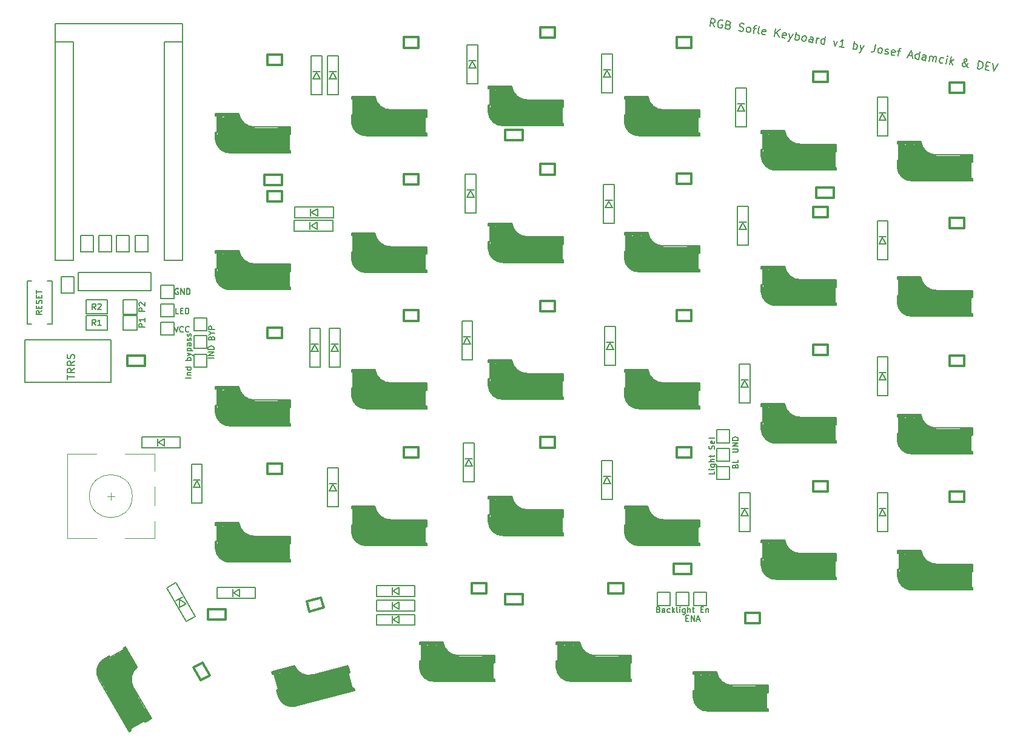
<source format=gto>
G04 #@! TF.GenerationSoftware,KiCad,Pcbnew,(5.1.6)-1*
G04 #@! TF.CreationDate,2020-10-02T00:10:23+10:00*
G04 #@! TF.ProjectId,SofleKeyboard,536f666c-654b-4657-9962-6f6172642e6b,rev?*
G04 #@! TF.SameCoordinates,Original*
G04 #@! TF.FileFunction,Legend,Top*
G04 #@! TF.FilePolarity,Positive*
%FSLAX46Y46*%
G04 Gerber Fmt 4.6, Leading zero omitted, Abs format (unit mm)*
G04 Created by KiCad (PCBNEW (5.1.6)-1) date 2020-10-02 00:10:23*
%MOMM*%
%LPD*%
G01*
G04 APERTURE LIST*
%ADD10C,0.150000*%
%ADD11C,0.200000*%
%ADD12C,0.300000*%
%ADD13C,0.400000*%
%ADD14C,0.500000*%
%ADD15C,1.000000*%
%ADD16C,0.800000*%
%ADD17C,3.500000*%
%ADD18C,3.000000*%
%ADD19C,0.120000*%
G04 APERTURE END LIST*
D10*
X111211904Y-87986666D02*
X110411904Y-87986666D01*
X110678571Y-87605714D02*
X111211904Y-87605714D01*
X110754761Y-87605714D02*
X110716666Y-87567619D01*
X110678571Y-87491428D01*
X110678571Y-87377142D01*
X110716666Y-87300952D01*
X110792857Y-87262857D01*
X111211904Y-87262857D01*
X111211904Y-86539047D02*
X110411904Y-86539047D01*
X111173809Y-86539047D02*
X111211904Y-86615238D01*
X111211904Y-86767619D01*
X111173809Y-86843809D01*
X111135714Y-86881904D01*
X111059523Y-86920000D01*
X110830952Y-86920000D01*
X110754761Y-86881904D01*
X110716666Y-86843809D01*
X110678571Y-86767619D01*
X110678571Y-86615238D01*
X110716666Y-86539047D01*
X111211904Y-85548571D02*
X110411904Y-85548571D01*
X110716666Y-85548571D02*
X110678571Y-85472380D01*
X110678571Y-85320000D01*
X110716666Y-85243809D01*
X110754761Y-85205714D01*
X110830952Y-85167619D01*
X111059523Y-85167619D01*
X111135714Y-85205714D01*
X111173809Y-85243809D01*
X111211904Y-85320000D01*
X111211904Y-85472380D01*
X111173809Y-85548571D01*
X110678571Y-84900952D02*
X111211904Y-84710476D01*
X110678571Y-84520000D02*
X111211904Y-84710476D01*
X111402380Y-84786666D01*
X111440476Y-84824761D01*
X111478571Y-84900952D01*
X110678571Y-84215238D02*
X111478571Y-84215238D01*
X110716666Y-84215238D02*
X110678571Y-84139047D01*
X110678571Y-83986666D01*
X110716666Y-83910476D01*
X110754761Y-83872380D01*
X110830952Y-83834285D01*
X111059523Y-83834285D01*
X111135714Y-83872380D01*
X111173809Y-83910476D01*
X111211904Y-83986666D01*
X111211904Y-84139047D01*
X111173809Y-84215238D01*
X111211904Y-83148571D02*
X110792857Y-83148571D01*
X110716666Y-83186666D01*
X110678571Y-83262857D01*
X110678571Y-83415238D01*
X110716666Y-83491428D01*
X111173809Y-83148571D02*
X111211904Y-83224761D01*
X111211904Y-83415238D01*
X111173809Y-83491428D01*
X111097619Y-83529523D01*
X111021428Y-83529523D01*
X110945238Y-83491428D01*
X110907142Y-83415238D01*
X110907142Y-83224761D01*
X110869047Y-83148571D01*
X111173809Y-82805714D02*
X111211904Y-82729523D01*
X111211904Y-82577142D01*
X111173809Y-82500952D01*
X111097619Y-82462857D01*
X111059523Y-82462857D01*
X110983333Y-82500952D01*
X110945238Y-82577142D01*
X110945238Y-82691428D01*
X110907142Y-82767619D01*
X110830952Y-82805714D01*
X110792857Y-82805714D01*
X110716666Y-82767619D01*
X110678571Y-82691428D01*
X110678571Y-82577142D01*
X110716666Y-82500952D01*
X111173809Y-82158095D02*
X111211904Y-82081904D01*
X111211904Y-81929523D01*
X111173809Y-81853333D01*
X111097619Y-81815238D01*
X111059523Y-81815238D01*
X110983333Y-81853333D01*
X110945238Y-81929523D01*
X110945238Y-82043809D01*
X110907142Y-82120000D01*
X110830952Y-82158095D01*
X110792857Y-82158095D01*
X110716666Y-82120000D01*
X110678571Y-82043809D01*
X110678571Y-81929523D01*
X110716666Y-81853333D01*
X184301904Y-101043333D02*
X184301904Y-101424285D01*
X183501904Y-101424285D01*
X184301904Y-100776666D02*
X183768571Y-100776666D01*
X183501904Y-100776666D02*
X183540000Y-100814761D01*
X183578095Y-100776666D01*
X183540000Y-100738571D01*
X183501904Y-100776666D01*
X183578095Y-100776666D01*
X183768571Y-100052857D02*
X184416190Y-100052857D01*
X184492380Y-100090952D01*
X184530476Y-100129047D01*
X184568571Y-100205238D01*
X184568571Y-100319523D01*
X184530476Y-100395714D01*
X184263809Y-100052857D02*
X184301904Y-100129047D01*
X184301904Y-100281428D01*
X184263809Y-100357619D01*
X184225714Y-100395714D01*
X184149523Y-100433809D01*
X183920952Y-100433809D01*
X183844761Y-100395714D01*
X183806666Y-100357619D01*
X183768571Y-100281428D01*
X183768571Y-100129047D01*
X183806666Y-100052857D01*
X184301904Y-99671904D02*
X183501904Y-99671904D01*
X184301904Y-99329047D02*
X183882857Y-99329047D01*
X183806666Y-99367142D01*
X183768571Y-99443333D01*
X183768571Y-99557619D01*
X183806666Y-99633809D01*
X183844761Y-99671904D01*
X183768571Y-99062380D02*
X183768571Y-98757619D01*
X183501904Y-98948095D02*
X184187619Y-98948095D01*
X184263809Y-98910000D01*
X184301904Y-98833809D01*
X184301904Y-98757619D01*
X184263809Y-97919523D02*
X184301904Y-97805238D01*
X184301904Y-97614761D01*
X184263809Y-97538571D01*
X184225714Y-97500476D01*
X184149523Y-97462380D01*
X184073333Y-97462380D01*
X183997142Y-97500476D01*
X183959047Y-97538571D01*
X183920952Y-97614761D01*
X183882857Y-97767142D01*
X183844761Y-97843333D01*
X183806666Y-97881428D01*
X183730476Y-97919523D01*
X183654285Y-97919523D01*
X183578095Y-97881428D01*
X183540000Y-97843333D01*
X183501904Y-97767142D01*
X183501904Y-97576666D01*
X183540000Y-97462380D01*
X184263809Y-96814761D02*
X184301904Y-96890952D01*
X184301904Y-97043333D01*
X184263809Y-97119523D01*
X184187619Y-97157619D01*
X183882857Y-97157619D01*
X183806666Y-97119523D01*
X183768571Y-97043333D01*
X183768571Y-96890952D01*
X183806666Y-96814761D01*
X183882857Y-96776666D01*
X183959047Y-96776666D01*
X184035238Y-97157619D01*
X184301904Y-96319523D02*
X184263809Y-96395714D01*
X184187619Y-96433809D01*
X183501904Y-96433809D01*
X187182857Y-100326666D02*
X187220952Y-100212380D01*
X187259047Y-100174285D01*
X187335238Y-100136190D01*
X187449523Y-100136190D01*
X187525714Y-100174285D01*
X187563809Y-100212380D01*
X187601904Y-100288571D01*
X187601904Y-100593333D01*
X186801904Y-100593333D01*
X186801904Y-100326666D01*
X186840000Y-100250476D01*
X186878095Y-100212380D01*
X186954285Y-100174285D01*
X187030476Y-100174285D01*
X187106666Y-100212380D01*
X187144761Y-100250476D01*
X187182857Y-100326666D01*
X187182857Y-100593333D01*
X187601904Y-99412380D02*
X187601904Y-99793333D01*
X186801904Y-99793333D01*
X186781904Y-98377619D02*
X187429523Y-98377619D01*
X187505714Y-98339523D01*
X187543809Y-98301428D01*
X187581904Y-98225238D01*
X187581904Y-98072857D01*
X187543809Y-97996666D01*
X187505714Y-97958571D01*
X187429523Y-97920476D01*
X186781904Y-97920476D01*
X187581904Y-97539523D02*
X186781904Y-97539523D01*
X187581904Y-97082380D01*
X186781904Y-97082380D01*
X187581904Y-96701428D02*
X186781904Y-96701428D01*
X186781904Y-96510952D01*
X186820000Y-96396666D01*
X186896190Y-96320476D01*
X186972380Y-96282380D01*
X187124761Y-96244285D01*
X187239047Y-96244285D01*
X187391428Y-96282380D01*
X187467619Y-96320476D01*
X187543809Y-96396666D01*
X187581904Y-96510952D01*
X187581904Y-96701428D01*
X114401904Y-85229047D02*
X113601904Y-85229047D01*
X114401904Y-84848095D02*
X113601904Y-84848095D01*
X114401904Y-84390952D01*
X113601904Y-84390952D01*
X114401904Y-84010000D02*
X113601904Y-84010000D01*
X113601904Y-83819523D01*
X113640000Y-83705238D01*
X113716190Y-83629047D01*
X113792380Y-83590952D01*
X113944761Y-83552857D01*
X114059047Y-83552857D01*
X114211428Y-83590952D01*
X114287619Y-83629047D01*
X114363809Y-83705238D01*
X114401904Y-83819523D01*
X114401904Y-84010000D01*
X176457619Y-120312857D02*
X176571904Y-120350952D01*
X176610000Y-120389047D01*
X176648095Y-120465238D01*
X176648095Y-120579523D01*
X176610000Y-120655714D01*
X176571904Y-120693809D01*
X176495714Y-120731904D01*
X176190952Y-120731904D01*
X176190952Y-119931904D01*
X176457619Y-119931904D01*
X176533809Y-119970000D01*
X176571904Y-120008095D01*
X176610000Y-120084285D01*
X176610000Y-120160476D01*
X176571904Y-120236666D01*
X176533809Y-120274761D01*
X176457619Y-120312857D01*
X176190952Y-120312857D01*
X177333809Y-120731904D02*
X177333809Y-120312857D01*
X177295714Y-120236666D01*
X177219523Y-120198571D01*
X177067142Y-120198571D01*
X176990952Y-120236666D01*
X177333809Y-120693809D02*
X177257619Y-120731904D01*
X177067142Y-120731904D01*
X176990952Y-120693809D01*
X176952857Y-120617619D01*
X176952857Y-120541428D01*
X176990952Y-120465238D01*
X177067142Y-120427142D01*
X177257619Y-120427142D01*
X177333809Y-120389047D01*
X178057619Y-120693809D02*
X177981428Y-120731904D01*
X177829047Y-120731904D01*
X177752857Y-120693809D01*
X177714761Y-120655714D01*
X177676666Y-120579523D01*
X177676666Y-120350952D01*
X177714761Y-120274761D01*
X177752857Y-120236666D01*
X177829047Y-120198571D01*
X177981428Y-120198571D01*
X178057619Y-120236666D01*
X178400476Y-120731904D02*
X178400476Y-119931904D01*
X178476666Y-120427142D02*
X178705238Y-120731904D01*
X178705238Y-120198571D02*
X178400476Y-120503333D01*
X179162380Y-120731904D02*
X179086190Y-120693809D01*
X179048095Y-120617619D01*
X179048095Y-119931904D01*
X179467142Y-120731904D02*
X179467142Y-120198571D01*
X179467142Y-119931904D02*
X179429047Y-119970000D01*
X179467142Y-120008095D01*
X179505238Y-119970000D01*
X179467142Y-119931904D01*
X179467142Y-120008095D01*
X180190952Y-120198571D02*
X180190952Y-120846190D01*
X180152857Y-120922380D01*
X180114761Y-120960476D01*
X180038571Y-120998571D01*
X179924285Y-120998571D01*
X179848095Y-120960476D01*
X180190952Y-120693809D02*
X180114761Y-120731904D01*
X179962380Y-120731904D01*
X179886190Y-120693809D01*
X179848095Y-120655714D01*
X179810000Y-120579523D01*
X179810000Y-120350952D01*
X179848095Y-120274761D01*
X179886190Y-120236666D01*
X179962380Y-120198571D01*
X180114761Y-120198571D01*
X180190952Y-120236666D01*
X180571904Y-120731904D02*
X180571904Y-119931904D01*
X180914761Y-120731904D02*
X180914761Y-120312857D01*
X180876666Y-120236666D01*
X180800476Y-120198571D01*
X180686190Y-120198571D01*
X180610000Y-120236666D01*
X180571904Y-120274761D01*
X181181428Y-120198571D02*
X181486190Y-120198571D01*
X181295714Y-119931904D02*
X181295714Y-120617619D01*
X181333809Y-120693809D01*
X181410000Y-120731904D01*
X181486190Y-120731904D01*
X182362380Y-120312857D02*
X182629047Y-120312857D01*
X182743333Y-120731904D02*
X182362380Y-120731904D01*
X182362380Y-119931904D01*
X182743333Y-119931904D01*
X183086190Y-120198571D02*
X183086190Y-120731904D01*
X183086190Y-120274761D02*
X183124285Y-120236666D01*
X183200476Y-120198571D01*
X183314761Y-120198571D01*
X183390952Y-120236666D01*
X183429047Y-120312857D01*
X183429047Y-120731904D01*
X180296666Y-121512857D02*
X180563333Y-121512857D01*
X180677619Y-121931904D02*
X180296666Y-121931904D01*
X180296666Y-121131904D01*
X180677619Y-121131904D01*
X181020476Y-121931904D02*
X181020476Y-121131904D01*
X181477619Y-121931904D01*
X181477619Y-121131904D01*
X181820476Y-121703333D02*
X182201428Y-121703333D01*
X181744285Y-121931904D02*
X182010952Y-121131904D01*
X182277619Y-121931904D01*
X114042857Y-82455714D02*
X114080952Y-82341428D01*
X114119047Y-82303333D01*
X114195238Y-82265238D01*
X114309523Y-82265238D01*
X114385714Y-82303333D01*
X114423809Y-82341428D01*
X114461904Y-82417619D01*
X114461904Y-82722380D01*
X113661904Y-82722380D01*
X113661904Y-82455714D01*
X113700000Y-82379523D01*
X113738095Y-82341428D01*
X113814285Y-82303333D01*
X113890476Y-82303333D01*
X113966666Y-82341428D01*
X114004761Y-82379523D01*
X114042857Y-82455714D01*
X114042857Y-82722380D01*
X114080952Y-81770000D02*
X114461904Y-81770000D01*
X113661904Y-82036666D02*
X114080952Y-81770000D01*
X113661904Y-81503333D01*
X114461904Y-81236666D02*
X113661904Y-81236666D01*
X113661904Y-80931904D01*
X113700000Y-80855714D01*
X113738095Y-80817619D01*
X113814285Y-80779523D01*
X113928571Y-80779523D01*
X114004761Y-80817619D01*
X114042857Y-80855714D01*
X114080952Y-80931904D01*
X114080952Y-81236666D01*
X108853333Y-80801904D02*
X109120000Y-81601904D01*
X109386666Y-80801904D01*
X110110476Y-81525714D02*
X110072380Y-81563809D01*
X109958095Y-81601904D01*
X109881904Y-81601904D01*
X109767619Y-81563809D01*
X109691428Y-81487619D01*
X109653333Y-81411428D01*
X109615238Y-81259047D01*
X109615238Y-81144761D01*
X109653333Y-80992380D01*
X109691428Y-80916190D01*
X109767619Y-80840000D01*
X109881904Y-80801904D01*
X109958095Y-80801904D01*
X110072380Y-80840000D01*
X110110476Y-80878095D01*
X110910476Y-81525714D02*
X110872380Y-81563809D01*
X110758095Y-81601904D01*
X110681904Y-81601904D01*
X110567619Y-81563809D01*
X110491428Y-81487619D01*
X110453333Y-81411428D01*
X110415238Y-81259047D01*
X110415238Y-81144761D01*
X110453333Y-80992380D01*
X110491428Y-80916190D01*
X110567619Y-80840000D01*
X110681904Y-80801904D01*
X110758095Y-80801904D01*
X110872380Y-80840000D01*
X110910476Y-80878095D01*
X109445714Y-79041904D02*
X109064761Y-79041904D01*
X109064761Y-78241904D01*
X109712380Y-78622857D02*
X109979047Y-78622857D01*
X110093333Y-79041904D02*
X109712380Y-79041904D01*
X109712380Y-78241904D01*
X110093333Y-78241904D01*
X110436190Y-79041904D02*
X110436190Y-78241904D01*
X110626666Y-78241904D01*
X110740952Y-78280000D01*
X110817142Y-78356190D01*
X110855238Y-78432380D01*
X110893333Y-78584761D01*
X110893333Y-78699047D01*
X110855238Y-78851428D01*
X110817142Y-78927619D01*
X110740952Y-79003809D01*
X110626666Y-79041904D01*
X110436190Y-79041904D01*
D11*
X184248738Y-39030963D02*
X183968527Y-38456244D01*
X183627905Y-38932633D02*
X183799983Y-37846176D01*
X184213872Y-37911730D01*
X184309149Y-37979854D01*
X184352691Y-38039784D01*
X184388039Y-38151451D01*
X184363456Y-38306659D01*
X184295332Y-38401937D01*
X184235402Y-38445478D01*
X184123735Y-38480826D01*
X183709847Y-38415273D01*
X185447343Y-38160126D02*
X185352065Y-38092002D01*
X185196857Y-38067419D01*
X185033454Y-38094573D01*
X184913594Y-38181656D01*
X184845469Y-38276934D01*
X184760957Y-38475684D01*
X184736374Y-38630892D01*
X184755333Y-38846031D01*
X184790681Y-38957697D01*
X184877765Y-39077558D01*
X185024779Y-39153876D01*
X185128251Y-39170265D01*
X185291653Y-39143111D01*
X185351583Y-39099569D01*
X185408943Y-38737417D01*
X185201998Y-38704640D01*
X186253108Y-38765052D02*
X186400122Y-38841370D01*
X186443664Y-38901301D01*
X186479011Y-39012967D01*
X186454429Y-39168175D01*
X186386305Y-39263453D01*
X186326374Y-39306995D01*
X186214708Y-39342343D01*
X185800820Y-39276789D01*
X185972897Y-38190332D01*
X186335050Y-38247691D01*
X186430328Y-38315816D01*
X186473870Y-38375746D01*
X186509217Y-38487412D01*
X186492829Y-38590884D01*
X186424704Y-38686162D01*
X186364774Y-38729704D01*
X186253108Y-38765052D01*
X185890956Y-38707692D01*
X187671512Y-39520044D02*
X187818526Y-39596362D01*
X188077206Y-39637333D01*
X188188872Y-39601986D01*
X188248803Y-39558444D01*
X188316927Y-39463166D01*
X188333315Y-39359694D01*
X188297968Y-39248027D01*
X188254426Y-39188097D01*
X188159148Y-39119973D01*
X187960398Y-39035460D01*
X187865120Y-38967335D01*
X187821578Y-38907405D01*
X187786230Y-38795739D01*
X187802619Y-38692267D01*
X187870743Y-38596989D01*
X187930673Y-38553447D01*
X188042340Y-38518099D01*
X188301020Y-38559070D01*
X188448034Y-38635389D01*
X188904983Y-39768440D02*
X188809705Y-39700316D01*
X188766163Y-39640386D01*
X188730815Y-39528719D01*
X188779981Y-39218303D01*
X188848105Y-39123025D01*
X188908035Y-39079483D01*
X189019701Y-39044135D01*
X189174910Y-39068718D01*
X189270188Y-39136842D01*
X189313729Y-39196773D01*
X189349077Y-39308439D01*
X189299912Y-39618855D01*
X189231788Y-39714133D01*
X189171857Y-39757675D01*
X189060191Y-39793023D01*
X188904983Y-39768440D01*
X189692270Y-39150660D02*
X190106159Y-39216213D01*
X189732760Y-39899547D02*
X189880255Y-38968298D01*
X189948380Y-38873020D01*
X190060046Y-38837673D01*
X190163518Y-38854061D01*
X190508801Y-40022460D02*
X190413523Y-39954336D01*
X190378175Y-39842669D01*
X190525670Y-38911420D01*
X191344772Y-40101831D02*
X191233105Y-40137179D01*
X191026161Y-40104402D01*
X190930883Y-40036277D01*
X190895536Y-39924611D01*
X190961089Y-39510723D01*
X191029213Y-39415445D01*
X191140880Y-39380097D01*
X191347824Y-39412874D01*
X191443102Y-39480998D01*
X191478450Y-39592665D01*
X191462061Y-39696137D01*
X190928312Y-39717667D01*
X192681715Y-40366616D02*
X192853793Y-39280159D01*
X193302548Y-40464946D02*
X192935253Y-39770366D01*
X193474626Y-39378489D02*
X192755463Y-39900991D01*
X194190255Y-40552511D02*
X194078588Y-40587859D01*
X193871644Y-40555082D01*
X193776366Y-40486958D01*
X193741019Y-40375291D01*
X193806572Y-39961403D01*
X193874697Y-39866125D01*
X193986363Y-39830777D01*
X194193307Y-39863554D01*
X194288585Y-39931678D01*
X194323933Y-40043345D01*
X194307544Y-40146817D01*
X193773795Y-40168347D01*
X194710668Y-39945496D02*
X194854629Y-40710772D01*
X195228028Y-40027438D02*
X194854629Y-40710772D01*
X194710186Y-40953064D01*
X194650256Y-40996605D01*
X194538590Y-41031953D01*
X195527198Y-40817296D02*
X195699276Y-39730839D01*
X195633722Y-40144727D02*
X195745389Y-40109380D01*
X195952333Y-40142156D01*
X196047611Y-40210281D01*
X196091153Y-40270211D01*
X196126500Y-40381877D01*
X196077335Y-40692294D01*
X196009211Y-40787572D01*
X195949281Y-40831114D01*
X195837614Y-40866461D01*
X195630670Y-40833684D01*
X195535392Y-40765560D01*
X196665391Y-40997568D02*
X196570113Y-40929444D01*
X196526571Y-40869513D01*
X196491224Y-40757847D01*
X196540389Y-40447431D01*
X196608513Y-40352153D01*
X196668444Y-40308611D01*
X196780110Y-40273263D01*
X196935318Y-40297846D01*
X197030596Y-40365970D01*
X197074138Y-40425901D01*
X197109486Y-40537567D01*
X197060320Y-40847983D01*
X196992196Y-40943261D01*
X196932266Y-40986803D01*
X196820599Y-41022151D01*
X196665391Y-40997568D01*
X197958793Y-41202423D02*
X198048929Y-40633326D01*
X198013581Y-40521660D01*
X197918303Y-40453535D01*
X197711359Y-40420759D01*
X197599693Y-40456106D01*
X197966987Y-41150687D02*
X197855321Y-41186034D01*
X197596640Y-41145064D01*
X197501362Y-41076939D01*
X197466015Y-40965273D01*
X197482403Y-40861801D01*
X197550527Y-40766523D01*
X197662194Y-40731175D01*
X197920874Y-40772146D01*
X198032540Y-40736798D01*
X198476153Y-41284365D02*
X198590872Y-40560060D01*
X198558095Y-40767004D02*
X198626220Y-40671726D01*
X198686150Y-40628184D01*
X198797816Y-40592837D01*
X198901288Y-40609225D01*
X199614346Y-41464637D02*
X199786424Y-40378180D01*
X199622541Y-41412901D02*
X199510874Y-41448248D01*
X199303930Y-41415472D01*
X199208652Y-41347347D01*
X199165110Y-41287417D01*
X199129763Y-41175751D01*
X199178928Y-40865334D01*
X199247052Y-40770056D01*
X199306982Y-40726515D01*
X199418649Y-40691167D01*
X199625593Y-40723944D01*
X199720871Y-40792068D01*
X200970730Y-40936992D02*
X201114692Y-41702268D01*
X201488091Y-41018934D01*
X202356357Y-41898929D02*
X201735525Y-41800598D01*
X202045941Y-41849764D02*
X202218019Y-40763306D01*
X202089964Y-40902126D01*
X201970104Y-40989210D01*
X201858438Y-41024558D01*
X203649759Y-42103783D02*
X203821837Y-41017326D01*
X203756283Y-41431215D02*
X203867950Y-41395867D01*
X204074894Y-41428644D01*
X204170172Y-41496768D01*
X204213714Y-41556698D01*
X204249061Y-41668365D01*
X204199896Y-41978781D01*
X204131772Y-42074059D01*
X204071841Y-42117601D01*
X203960175Y-42152948D01*
X203753231Y-42120172D01*
X203657953Y-42052047D01*
X204643990Y-41518780D02*
X204787952Y-42284055D01*
X205161351Y-41600722D02*
X204787952Y-42284055D01*
X204643509Y-42526347D01*
X204583579Y-42569889D01*
X204471912Y-42605237D01*
X206770792Y-41484395D02*
X206647879Y-42260436D01*
X206571561Y-42407450D01*
X206451700Y-42494533D01*
X206288298Y-42521687D01*
X206184826Y-42505298D01*
X207271283Y-42677376D02*
X207176005Y-42609252D01*
X207132463Y-42549322D01*
X207097115Y-42437655D01*
X207146280Y-42127239D01*
X207214405Y-42031961D01*
X207274335Y-41988419D01*
X207386001Y-41953072D01*
X207541210Y-41977654D01*
X207636487Y-42045779D01*
X207680029Y-42105709D01*
X207715377Y-42217375D01*
X207666212Y-42527791D01*
X207598087Y-42623069D01*
X207538157Y-42666611D01*
X207426491Y-42701959D01*
X207271283Y-42677376D01*
X208055518Y-42748553D02*
X208150796Y-42816678D01*
X208357740Y-42849454D01*
X208469406Y-42814107D01*
X208537531Y-42718829D01*
X208545725Y-42667093D01*
X208510377Y-42555426D01*
X208415099Y-42487302D01*
X208259891Y-42462719D01*
X208164613Y-42394595D01*
X208129265Y-42282929D01*
X208137460Y-42231193D01*
X208205584Y-42135915D01*
X208317250Y-42100567D01*
X208472459Y-42125149D01*
X208567736Y-42193274D01*
X209400655Y-42961602D02*
X209288989Y-42996950D01*
X209082045Y-42964173D01*
X208986767Y-42896048D01*
X208951419Y-42784382D01*
X209016973Y-42370494D01*
X209085097Y-42275216D01*
X209196763Y-42239868D01*
X209403708Y-42272645D01*
X209498985Y-42340769D01*
X209534333Y-42452436D01*
X209517945Y-42555908D01*
X208984196Y-42577438D01*
X209869332Y-42346393D02*
X210283220Y-42411946D01*
X209909822Y-43095280D02*
X210057317Y-42164031D01*
X210125441Y-42068753D01*
X210237108Y-42033405D01*
X210340580Y-42049794D01*
X211355860Y-43006107D02*
X211873221Y-43088048D01*
X211203223Y-43300135D02*
X211737453Y-42271037D01*
X211927528Y-43414853D01*
X212755305Y-43545960D02*
X212927383Y-42459503D01*
X212763499Y-43494224D02*
X212651833Y-43529572D01*
X212444888Y-43496795D01*
X212349610Y-43428671D01*
X212306069Y-43368740D01*
X212270721Y-43257074D01*
X212319886Y-42946658D01*
X212388010Y-42851380D01*
X212447941Y-42807838D01*
X212559607Y-42772490D01*
X212766551Y-42805267D01*
X212861829Y-42873391D01*
X213738290Y-43701650D02*
X213828426Y-43132553D01*
X213793078Y-43020887D01*
X213697800Y-42952762D01*
X213490856Y-42919986D01*
X213379190Y-42955333D01*
X213746484Y-43649914D02*
X213634818Y-43685261D01*
X213376137Y-43644290D01*
X213280859Y-43576166D01*
X213245512Y-43464500D01*
X213261900Y-43361027D01*
X213330025Y-43265750D01*
X213441691Y-43230402D01*
X213700371Y-43271373D01*
X213812037Y-43236025D01*
X214255650Y-43783591D02*
X214370369Y-43059287D01*
X214353981Y-43162759D02*
X214413911Y-43119217D01*
X214525577Y-43083869D01*
X214680785Y-43108452D01*
X214776063Y-43176576D01*
X214811411Y-43288243D01*
X214721275Y-43857339D01*
X214811411Y-43288243D02*
X214879535Y-43192965D01*
X214991202Y-43157617D01*
X215146410Y-43182200D01*
X215241688Y-43250324D01*
X215277035Y-43361990D01*
X215186899Y-43931087D01*
X216178079Y-44035040D02*
X216066412Y-44070388D01*
X215859468Y-44037611D01*
X215764190Y-43969487D01*
X215720648Y-43909557D01*
X215685301Y-43797890D01*
X215734466Y-43487474D01*
X215802590Y-43392196D01*
X215862520Y-43348654D01*
X215974187Y-43313306D01*
X216181131Y-43346083D01*
X216276409Y-43414208D01*
X216635509Y-44160524D02*
X216750227Y-43436219D01*
X216807587Y-43074067D02*
X216747657Y-43117609D01*
X216791198Y-43177539D01*
X216851129Y-43133997D01*
X216807587Y-43074067D01*
X216791198Y-43177539D01*
X217152869Y-44242466D02*
X217324947Y-43156009D01*
X217321895Y-43844966D02*
X217566758Y-44308019D01*
X217681476Y-43583715D02*
X217202035Y-43932050D01*
X219739672Y-44652175D02*
X219687936Y-44643981D01*
X219592658Y-44575857D01*
X219462033Y-44396066D01*
X219252517Y-44044679D01*
X219173628Y-43873082D01*
X219146474Y-43709680D01*
X219162863Y-43606208D01*
X219230987Y-43510930D01*
X219342654Y-43475582D01*
X219394390Y-43483776D01*
X219489667Y-43551901D01*
X219525015Y-43663567D01*
X219516821Y-43715303D01*
X219448697Y-43810581D01*
X219388766Y-43854123D01*
X219045573Y-44011902D01*
X218985643Y-44055444D01*
X218917519Y-44150722D01*
X218892936Y-44305930D01*
X218928284Y-44417596D01*
X218971826Y-44477526D01*
X219067103Y-44545651D01*
X219222312Y-44570233D01*
X219333978Y-44534886D01*
X219393908Y-44491344D01*
X219581893Y-44308982D01*
X219658212Y-44161968D01*
X219674600Y-44058496D01*
X221033074Y-44857030D02*
X221205152Y-43770573D01*
X221463832Y-43811544D01*
X221610846Y-43887862D01*
X221697930Y-44007723D01*
X221733277Y-44119389D01*
X221752237Y-44334527D01*
X221727654Y-44489736D01*
X221643141Y-44688486D01*
X221575017Y-44783764D01*
X221455156Y-44870847D01*
X221291754Y-44898001D01*
X221033074Y-44857030D01*
X222209667Y-44460011D02*
X222571819Y-44517370D01*
X222636891Y-45111050D02*
X222119531Y-45029108D01*
X222291609Y-43942651D01*
X222808969Y-44024592D01*
X223119386Y-44073758D02*
X223309460Y-45217574D01*
X223843690Y-44188476D01*
D12*
X115985800Y-121725000D02*
X113535800Y-121725000D01*
X115985800Y-120275000D02*
X115985800Y-121725000D01*
X113535800Y-121725000D02*
X113535800Y-120275000D01*
X113535800Y-120275000D02*
X115955800Y-120275000D01*
D10*
X220300000Y-60500000D02*
X211900000Y-60500001D01*
X220300000Y-57900000D02*
X220100000Y-57900000D01*
X220300000Y-56900000D02*
X220300000Y-57900000D01*
X209800000Y-58600000D02*
X209800000Y-57600000D01*
X209800000Y-55000000D02*
X209800000Y-55360000D01*
X210000000Y-55360000D02*
X209800000Y-55360000D01*
D13*
X220100000Y-57800000D02*
X220100000Y-57100000D01*
D14*
X210000000Y-55200000D02*
X212700000Y-55200000D01*
X220000000Y-57200000D02*
X218600000Y-57200000D01*
D10*
X210030000Y-57600000D02*
X210030000Y-55360000D01*
X220100000Y-60150000D02*
X220300000Y-60150000D01*
D13*
X220100000Y-60300000D02*
X218700000Y-60300000D01*
D12*
X209900001Y-57700000D02*
X209900000Y-58599999D01*
D10*
X220080000Y-57900000D02*
X220080000Y-60150000D01*
X209800000Y-55000000D02*
X213080000Y-55000000D01*
D15*
X219600000Y-59900000D02*
X219600000Y-57400000D01*
D16*
X210400000Y-55500000D02*
X210400000Y-57300000D01*
D10*
X220300000Y-60150000D02*
X220300000Y-60500000D01*
X215300000Y-56900000D02*
X220300000Y-56900000D01*
X209800000Y-57600000D02*
X210000000Y-57600000D01*
D17*
X218300000Y-58700000D02*
X211600000Y-58700000D01*
D18*
X211530000Y-59000000D02*
X211530000Y-56760000D01*
D12*
X219120600Y-46774600D02*
X219120600Y-48224600D01*
X219120600Y-48224600D02*
X217070600Y-48224600D01*
X217070600Y-48224600D02*
X217070600Y-46774600D01*
X217070600Y-46774600D02*
X219120600Y-46774600D01*
D15*
X212683682Y-55421471D02*
G75*
G03*
X214900000Y-57300000I2151318J291471D01*
G01*
D10*
X209799999Y-58600000D02*
G75*
G03*
X211900000Y-60500001I2000001J100000D01*
G01*
X213083682Y-55021471D02*
G75*
G03*
X215300000Y-56900000I2151318J291471D01*
G01*
X201300000Y-116100000D02*
X192900000Y-116100001D01*
X201300000Y-113500000D02*
X201100000Y-113500000D01*
X201300000Y-112500000D02*
X201300000Y-113500000D01*
X190800000Y-114200000D02*
X190800000Y-113200000D01*
X190800000Y-110600000D02*
X190800000Y-110960000D01*
X191000000Y-110960000D02*
X190800000Y-110960000D01*
D13*
X201100000Y-113400000D02*
X201100000Y-112700000D01*
D14*
X191000000Y-110800000D02*
X193700000Y-110800000D01*
X201000000Y-112800000D02*
X199600000Y-112800000D01*
D10*
X191030000Y-113200000D02*
X191030000Y-110960000D01*
X201100000Y-115750000D02*
X201300000Y-115750000D01*
D13*
X201100000Y-115900000D02*
X199700000Y-115900000D01*
D12*
X190900001Y-113300000D02*
X190900000Y-114199999D01*
D10*
X201080000Y-113500000D02*
X201080000Y-115750000D01*
X190800000Y-110600000D02*
X194080000Y-110600000D01*
D15*
X200600000Y-115500000D02*
X200600000Y-113000000D01*
D16*
X191400000Y-111100000D02*
X191400000Y-112900000D01*
D10*
X201300000Y-115750000D02*
X201300000Y-116100000D01*
X196300000Y-112500000D02*
X201300000Y-112500000D01*
X190800000Y-113200000D02*
X191000000Y-113200000D01*
D17*
X199300000Y-114300000D02*
X192600000Y-114300000D01*
D18*
X192530000Y-114600000D02*
X192530000Y-112360000D01*
D12*
X200120600Y-102374600D02*
X200120600Y-103824600D01*
X200120600Y-103824600D02*
X198070600Y-103824600D01*
X198070600Y-103824600D02*
X198070600Y-102374600D01*
X198070600Y-102374600D02*
X200120600Y-102374600D01*
D15*
X193683682Y-111021471D02*
G75*
G03*
X195900000Y-112900000I2151318J291471D01*
G01*
D10*
X190799999Y-114200000D02*
G75*
G03*
X192900000Y-116100001I2000001J100000D01*
G01*
X194083682Y-110621471D02*
G75*
G03*
X196300000Y-112500000I2151318J291471D01*
G01*
X220300000Y-79400000D02*
X211900000Y-79400001D01*
X220300000Y-76800000D02*
X220100000Y-76800000D01*
X220300000Y-75800000D02*
X220300000Y-76800000D01*
X209800000Y-77500000D02*
X209800000Y-76500000D01*
X209800000Y-73900000D02*
X209800000Y-74260000D01*
X210000000Y-74260000D02*
X209800000Y-74260000D01*
D13*
X220100000Y-76700000D02*
X220100000Y-76000000D01*
D14*
X210000000Y-74100000D02*
X212700000Y-74100000D01*
X220000000Y-76100000D02*
X218600000Y-76100000D01*
D10*
X210030000Y-76500000D02*
X210030000Y-74260000D01*
X220100000Y-79050000D02*
X220300000Y-79050000D01*
D13*
X220100000Y-79200000D02*
X218700000Y-79200000D01*
D12*
X209900001Y-76600000D02*
X209900000Y-77499999D01*
D10*
X220080000Y-76800000D02*
X220080000Y-79050000D01*
X209800000Y-73900000D02*
X213080000Y-73900000D01*
D15*
X219600000Y-78800000D02*
X219600000Y-76300000D01*
D16*
X210400000Y-74400000D02*
X210400000Y-76200000D01*
D10*
X220300000Y-79050000D02*
X220300000Y-79400000D01*
X215300000Y-75800000D02*
X220300000Y-75800000D01*
X209800000Y-76500000D02*
X210000000Y-76500000D01*
D17*
X218300000Y-77600000D02*
X211600000Y-77600000D01*
D18*
X211530000Y-77900000D02*
X211530000Y-75660000D01*
D12*
X219120600Y-65674600D02*
X219120600Y-67124600D01*
X219120600Y-67124600D02*
X217070600Y-67124600D01*
X217070600Y-67124600D02*
X217070600Y-65674600D01*
X217070600Y-65674600D02*
X219120600Y-65674600D01*
D15*
X212683682Y-74321471D02*
G75*
G03*
X214900000Y-76200000I2151318J291471D01*
G01*
D10*
X209799999Y-77500000D02*
G75*
G03*
X211900000Y-79400001I2000001J100000D01*
G01*
X213083682Y-73921471D02*
G75*
G03*
X215300000Y-75800000I2151318J291471D01*
G01*
X201300000Y-77900000D02*
X192900000Y-77900001D01*
X201300000Y-75300000D02*
X201100000Y-75300000D01*
X201300000Y-74300000D02*
X201300000Y-75300000D01*
X190800000Y-76000000D02*
X190800000Y-75000000D01*
X190800000Y-72400000D02*
X190800000Y-72760000D01*
X191000000Y-72760000D02*
X190800000Y-72760000D01*
D13*
X201100000Y-75200000D02*
X201100000Y-74500000D01*
D14*
X191000000Y-72600000D02*
X193700000Y-72600000D01*
X201000000Y-74600000D02*
X199600000Y-74600000D01*
D10*
X191030000Y-75000000D02*
X191030000Y-72760000D01*
X201100000Y-77550000D02*
X201300000Y-77550000D01*
D13*
X201100000Y-77700000D02*
X199700000Y-77700000D01*
D12*
X190900001Y-75100000D02*
X190900000Y-75999999D01*
D10*
X201080000Y-75300000D02*
X201080000Y-77550000D01*
X190800000Y-72400000D02*
X194080000Y-72400000D01*
D15*
X200600000Y-77300000D02*
X200600000Y-74800000D01*
D16*
X191400000Y-72900000D02*
X191400000Y-74700000D01*
D10*
X201300000Y-77550000D02*
X201300000Y-77900000D01*
X196300000Y-74300000D02*
X201300000Y-74300000D01*
X190800000Y-75000000D02*
X191000000Y-75000000D01*
D17*
X199300000Y-76100000D02*
X192600000Y-76100000D01*
D18*
X192530000Y-76400000D02*
X192530000Y-74160000D01*
D12*
X200120600Y-64174600D02*
X200120600Y-65624600D01*
X200120600Y-65624600D02*
X198070600Y-65624600D01*
X198070600Y-65624600D02*
X198070600Y-64174600D01*
X198070600Y-64174600D02*
X200120600Y-64174600D01*
D15*
X193683682Y-72821471D02*
G75*
G03*
X195900000Y-74700000I2151318J291471D01*
G01*
D10*
X190799999Y-76000000D02*
G75*
G03*
X192900000Y-77900001I2000001J100000D01*
G01*
X194083682Y-72421471D02*
G75*
G03*
X196300000Y-74300000I2151318J291471D01*
G01*
X201300000Y-97100000D02*
X192900000Y-97100001D01*
X201300000Y-94500000D02*
X201100000Y-94500000D01*
X201300000Y-93500000D02*
X201300000Y-94500000D01*
X190800000Y-95200000D02*
X190800000Y-94200000D01*
X190800000Y-91600000D02*
X190800000Y-91960000D01*
X191000000Y-91960000D02*
X190800000Y-91960000D01*
D13*
X201100000Y-94400000D02*
X201100000Y-93700000D01*
D14*
X191000000Y-91800000D02*
X193700000Y-91800000D01*
X201000000Y-93800000D02*
X199600000Y-93800000D01*
D10*
X191030000Y-94200000D02*
X191030000Y-91960000D01*
X201100000Y-96750000D02*
X201300000Y-96750000D01*
D13*
X201100000Y-96900000D02*
X199700000Y-96900000D01*
D12*
X190900001Y-94300000D02*
X190900000Y-95199999D01*
D10*
X201080000Y-94500000D02*
X201080000Y-96750000D01*
X190800000Y-91600000D02*
X194080000Y-91600000D01*
D15*
X200600000Y-96500000D02*
X200600000Y-94000000D01*
D16*
X191400000Y-92100000D02*
X191400000Y-93900000D01*
D10*
X201300000Y-96750000D02*
X201300000Y-97100000D01*
X196300000Y-93500000D02*
X201300000Y-93500000D01*
X190800000Y-94200000D02*
X191000000Y-94200000D01*
D17*
X199300000Y-95300000D02*
X192600000Y-95300000D01*
D18*
X192530000Y-95600000D02*
X192530000Y-93360000D01*
D12*
X200120600Y-83374600D02*
X200120600Y-84824600D01*
X200120600Y-84824600D02*
X198070600Y-84824600D01*
X198070600Y-84824600D02*
X198070600Y-83374600D01*
X198070600Y-83374600D02*
X200120600Y-83374600D01*
D15*
X193683682Y-92021471D02*
G75*
G03*
X195900000Y-93900000I2151318J291471D01*
G01*
D10*
X190799999Y-95200000D02*
G75*
G03*
X192900000Y-97100001I2000001J100000D01*
G01*
X194083682Y-91621471D02*
G75*
G03*
X196300000Y-93500000I2151318J291471D01*
G01*
X144100000Y-54200000D02*
X135700000Y-54200001D01*
X144100000Y-51600000D02*
X143900000Y-51600000D01*
X144100000Y-50600000D02*
X144100000Y-51600000D01*
X133600000Y-52300000D02*
X133600000Y-51300000D01*
X133600000Y-48700000D02*
X133600000Y-49060000D01*
X133800000Y-49060000D02*
X133600000Y-49060000D01*
D13*
X143900000Y-51500000D02*
X143900000Y-50800000D01*
D14*
X133800000Y-48900000D02*
X136500000Y-48900000D01*
X143800000Y-50900000D02*
X142400000Y-50900000D01*
D10*
X133830000Y-51300000D02*
X133830000Y-49060000D01*
X143900000Y-53850000D02*
X144100000Y-53850000D01*
D13*
X143900000Y-54000000D02*
X142500000Y-54000000D01*
D12*
X133700001Y-51400000D02*
X133700000Y-52299999D01*
D10*
X143880000Y-51600000D02*
X143880000Y-53850000D01*
X133600000Y-48700000D02*
X136880000Y-48700000D01*
D15*
X143400000Y-53600000D02*
X143400000Y-51100000D01*
D16*
X134200000Y-49200000D02*
X134200000Y-51000000D01*
D10*
X144100000Y-53850000D02*
X144100000Y-54200000D01*
X139100000Y-50600000D02*
X144100000Y-50600000D01*
X133600000Y-51300000D02*
X133800000Y-51300000D01*
D17*
X142100000Y-52400000D02*
X135400000Y-52400000D01*
D18*
X135330000Y-52700000D02*
X135330000Y-50460000D01*
D12*
X142920600Y-40474600D02*
X142920600Y-41924600D01*
X142920600Y-41924600D02*
X140870600Y-41924600D01*
X140870600Y-41924600D02*
X140870600Y-40474600D01*
X140870600Y-40474600D02*
X142920600Y-40474600D01*
D15*
X136483682Y-49121471D02*
G75*
G03*
X138700000Y-51000000I2151318J291471D01*
G01*
D10*
X133599999Y-52300000D02*
G75*
G03*
X135700000Y-54200001I2000001J100000D01*
G01*
X136883682Y-48721471D02*
G75*
G03*
X139100000Y-50600000I2151318J291471D01*
G01*
X137075000Y-118500000D02*
X142475000Y-118500000D01*
X142475000Y-117000000D02*
X137075000Y-117000000D01*
X137075000Y-117000000D02*
X137075000Y-118500000D01*
X142475000Y-117000000D02*
X142475000Y-118500000D01*
X140275000Y-117250000D02*
X140275000Y-118250000D01*
X140275000Y-118250000D02*
X139375000Y-117750000D01*
X139375000Y-117750000D02*
X140275000Y-117250000D01*
X139275000Y-117250000D02*
X139275000Y-118250000D01*
X137075000Y-120500000D02*
X142475000Y-120500000D01*
X142475000Y-119000000D02*
X137075000Y-119000000D01*
X137075000Y-119000000D02*
X137075000Y-120500000D01*
X142475000Y-119000000D02*
X142475000Y-120500000D01*
X140275000Y-119250000D02*
X140275000Y-120250000D01*
X140275000Y-120250000D02*
X139375000Y-119750000D01*
X139375000Y-119750000D02*
X140275000Y-119250000D01*
X139275000Y-119250000D02*
X139275000Y-120250000D01*
X137075000Y-122500000D02*
X142475000Y-122500000D01*
X142475000Y-121000000D02*
X137075000Y-121000000D01*
X137075000Y-121000000D02*
X137075000Y-122500000D01*
X142475000Y-121000000D02*
X142475000Y-122500000D01*
X140275000Y-121250000D02*
X140275000Y-122250000D01*
X140275000Y-122250000D02*
X139375000Y-121750000D01*
X139375000Y-121750000D02*
X140275000Y-121250000D01*
X139275000Y-121250000D02*
X139275000Y-122250000D01*
X114800000Y-118750000D02*
X120200000Y-118750000D01*
X120200000Y-117250000D02*
X114800000Y-117250000D01*
X114800000Y-117250000D02*
X114800000Y-118750000D01*
X120200000Y-117250000D02*
X120200000Y-118750000D01*
X118000000Y-117500000D02*
X118000000Y-118500000D01*
X118000000Y-118500000D02*
X117100000Y-118000000D01*
X117100000Y-118000000D02*
X118000000Y-117500000D01*
X117000000Y-117500000D02*
X117000000Y-118500000D01*
X107800481Y-117336731D02*
X110500481Y-122013269D01*
X111799519Y-121263269D02*
X109099519Y-116586731D01*
X109099519Y-116586731D02*
X107800481Y-117336731D01*
X111799519Y-121263269D02*
X110500481Y-122013269D01*
X110483013Y-119483013D02*
X109616987Y-119983013D01*
X109616987Y-119983013D02*
X109600000Y-118953590D01*
X109600000Y-118953590D02*
X110483013Y-119483013D01*
X109983013Y-118616987D02*
X109116987Y-119116987D01*
X104300000Y-97750000D02*
X109700000Y-97750000D01*
X109700000Y-96250000D02*
X104300000Y-96250000D01*
X104300000Y-96250000D02*
X104300000Y-97750000D01*
X109700000Y-96250000D02*
X109700000Y-97750000D01*
X107500000Y-96500000D02*
X107500000Y-97500000D01*
X107500000Y-97500000D02*
X106600000Y-97000000D01*
X106600000Y-97000000D02*
X107500000Y-96500000D01*
X106500000Y-96500000D02*
X106500000Y-97500000D01*
X207000000Y-104050000D02*
X207000000Y-109450000D01*
X208500000Y-109450000D02*
X208500000Y-104050000D01*
X208500000Y-104050000D02*
X207000000Y-104050000D01*
X208500000Y-109450000D02*
X207000000Y-109450000D01*
X208250000Y-107250000D02*
X207250000Y-107250000D01*
X207250000Y-107250000D02*
X207750000Y-106350000D01*
X207750000Y-106350000D02*
X208250000Y-107250000D01*
X208250000Y-106250000D02*
X207250000Y-106250000D01*
X187750000Y-104050000D02*
X187750000Y-109450000D01*
X189250000Y-109450000D02*
X189250000Y-104050000D01*
X189250000Y-104050000D02*
X187750000Y-104050000D01*
X189250000Y-109450000D02*
X187750000Y-109450000D01*
X189000000Y-107250000D02*
X188000000Y-107250000D01*
X188000000Y-107250000D02*
X188500000Y-106350000D01*
X188500000Y-106350000D02*
X189000000Y-107250000D01*
X189000000Y-106250000D02*
X188000000Y-106250000D01*
X168500000Y-99550000D02*
X168500000Y-104950000D01*
X170000000Y-104950000D02*
X170000000Y-99550000D01*
X170000000Y-99550000D02*
X168500000Y-99550000D01*
X170000000Y-104950000D02*
X168500000Y-104950000D01*
X169750000Y-102750000D02*
X168750000Y-102750000D01*
X168750000Y-102750000D02*
X169250000Y-101850000D01*
X169250000Y-101850000D02*
X169750000Y-102750000D01*
X169750000Y-101750000D02*
X168750000Y-101750000D01*
X149250000Y-97075000D02*
X149250000Y-102475000D01*
X150750000Y-102475000D02*
X150750000Y-97075000D01*
X150750000Y-97075000D02*
X149250000Y-97075000D01*
X150750000Y-102475000D02*
X149250000Y-102475000D01*
X150500000Y-100275000D02*
X149500000Y-100275000D01*
X149500000Y-100275000D02*
X150000000Y-99375000D01*
X150000000Y-99375000D02*
X150500000Y-100275000D01*
X150500000Y-99275000D02*
X149500000Y-99275000D01*
X130250000Y-100575000D02*
X130250000Y-105975000D01*
X131750000Y-105975000D02*
X131750000Y-100575000D01*
X131750000Y-100575000D02*
X130250000Y-100575000D01*
X131750000Y-105975000D02*
X130250000Y-105975000D01*
X131500000Y-103775000D02*
X130500000Y-103775000D01*
X130500000Y-103775000D02*
X131000000Y-102875000D01*
X131000000Y-102875000D02*
X131500000Y-103775000D01*
X131500000Y-102775000D02*
X130500000Y-102775000D01*
X111250000Y-100050000D02*
X111250000Y-105450000D01*
X112750000Y-105450000D02*
X112750000Y-100050000D01*
X112750000Y-100050000D02*
X111250000Y-100050000D01*
X112750000Y-105450000D02*
X111250000Y-105450000D01*
X112500000Y-103250000D02*
X111500000Y-103250000D01*
X111500000Y-103250000D02*
X112000000Y-102350000D01*
X112000000Y-102350000D02*
X112500000Y-103250000D01*
X112500000Y-102250000D02*
X111500000Y-102250000D01*
X207000000Y-85075000D02*
X207000000Y-90475000D01*
X208500000Y-90475000D02*
X208500000Y-85075000D01*
X208500000Y-85075000D02*
X207000000Y-85075000D01*
X208500000Y-90475000D02*
X207000000Y-90475000D01*
X208250000Y-88275000D02*
X207250000Y-88275000D01*
X207250000Y-88275000D02*
X207750000Y-87375000D01*
X207750000Y-87375000D02*
X208250000Y-88275000D01*
X208250000Y-87275000D02*
X207250000Y-87275000D01*
X187750000Y-86075000D02*
X187750000Y-91475000D01*
X189250000Y-91475000D02*
X189250000Y-86075000D01*
X189250000Y-86075000D02*
X187750000Y-86075000D01*
X189250000Y-91475000D02*
X187750000Y-91475000D01*
X189000000Y-89275000D02*
X188000000Y-89275000D01*
X188000000Y-89275000D02*
X188500000Y-88375000D01*
X188500000Y-88375000D02*
X189000000Y-89275000D01*
X189000000Y-88275000D02*
X188000000Y-88275000D01*
X168975000Y-80825000D02*
X168975000Y-86225000D01*
X170475000Y-86225000D02*
X170475000Y-80825000D01*
X170475000Y-80825000D02*
X168975000Y-80825000D01*
X170475000Y-86225000D02*
X168975000Y-86225000D01*
X170225000Y-84025000D02*
X169225000Y-84025000D01*
X169225000Y-84025000D02*
X169725000Y-83125000D01*
X169725000Y-83125000D02*
X170225000Y-84025000D01*
X170225000Y-83025000D02*
X169225000Y-83025000D01*
X149000000Y-80075000D02*
X149000000Y-85475000D01*
X150500000Y-85475000D02*
X150500000Y-80075000D01*
X150500000Y-80075000D02*
X149000000Y-80075000D01*
X150500000Y-85475000D02*
X149000000Y-85475000D01*
X150250000Y-83275000D02*
X149250000Y-83275000D01*
X149250000Y-83275000D02*
X149750000Y-82375000D01*
X149750000Y-82375000D02*
X150250000Y-83275000D01*
X150250000Y-82275000D02*
X149250000Y-82275000D01*
X130500000Y-81075000D02*
X130500000Y-86475000D01*
X132000000Y-86475000D02*
X132000000Y-81075000D01*
X132000000Y-81075000D02*
X130500000Y-81075000D01*
X132000000Y-86475000D02*
X130500000Y-86475000D01*
X131750000Y-84275000D02*
X130750000Y-84275000D01*
X130750000Y-84275000D02*
X131250000Y-83375000D01*
X131250000Y-83375000D02*
X131750000Y-84275000D01*
X131750000Y-83275000D02*
X130750000Y-83275000D01*
X127750000Y-81075000D02*
X127750000Y-86475000D01*
X129250000Y-86475000D02*
X129250000Y-81075000D01*
X129250000Y-81075000D02*
X127750000Y-81075000D01*
X129250000Y-86475000D02*
X127750000Y-86475000D01*
X129000000Y-84275000D02*
X128000000Y-84275000D01*
X128000000Y-84275000D02*
X128500000Y-83375000D01*
X128500000Y-83375000D02*
X129000000Y-84275000D01*
X129000000Y-83275000D02*
X128000000Y-83275000D01*
X207000000Y-66075000D02*
X207000000Y-71475000D01*
X208500000Y-71475000D02*
X208500000Y-66075000D01*
X208500000Y-66075000D02*
X207000000Y-66075000D01*
X208500000Y-71475000D02*
X207000000Y-71475000D01*
X208250000Y-69275000D02*
X207250000Y-69275000D01*
X207250000Y-69275000D02*
X207750000Y-68375000D01*
X207750000Y-68375000D02*
X208250000Y-69275000D01*
X208250000Y-68275000D02*
X207250000Y-68275000D01*
X187500000Y-64075000D02*
X187500000Y-69475000D01*
X189000000Y-69475000D02*
X189000000Y-64075000D01*
X189000000Y-64075000D02*
X187500000Y-64075000D01*
X189000000Y-69475000D02*
X187500000Y-69475000D01*
X188750000Y-67275000D02*
X187750000Y-67275000D01*
X187750000Y-67275000D02*
X188250000Y-66375000D01*
X188250000Y-66375000D02*
X188750000Y-67275000D01*
X188750000Y-66275000D02*
X187750000Y-66275000D01*
X168750000Y-61050000D02*
X168750000Y-66450000D01*
X170250000Y-66450000D02*
X170250000Y-61050000D01*
X170250000Y-61050000D02*
X168750000Y-61050000D01*
X170250000Y-66450000D02*
X168750000Y-66450000D01*
X170000000Y-64250000D02*
X169000000Y-64250000D01*
X169000000Y-64250000D02*
X169500000Y-63350000D01*
X169500000Y-63350000D02*
X170000000Y-64250000D01*
X170000000Y-63250000D02*
X169000000Y-63250000D01*
X149500000Y-59575000D02*
X149500000Y-64975000D01*
X151000000Y-64975000D02*
X151000000Y-59575000D01*
X151000000Y-59575000D02*
X149500000Y-59575000D01*
X151000000Y-64975000D02*
X149500000Y-64975000D01*
X150750000Y-62775000D02*
X149750000Y-62775000D01*
X149750000Y-62775000D02*
X150250000Y-61875000D01*
X150250000Y-61875000D02*
X150750000Y-62775000D01*
X150750000Y-61775000D02*
X149750000Y-61775000D01*
X125675000Y-65650000D02*
X131075000Y-65650000D01*
X131075000Y-64150000D02*
X125675000Y-64150000D01*
X125675000Y-64150000D02*
X125675000Y-65650000D01*
X131075000Y-64150000D02*
X131075000Y-65650000D01*
X128875000Y-64400000D02*
X128875000Y-65400000D01*
X128875000Y-65400000D02*
X127975000Y-64900000D01*
X127975000Y-64900000D02*
X128875000Y-64400000D01*
X127875000Y-64400000D02*
X127875000Y-65400000D01*
X125625000Y-67500000D02*
X131025000Y-67500000D01*
X131025000Y-66000000D02*
X125625000Y-66000000D01*
X125625000Y-66000000D02*
X125625000Y-67500000D01*
X131025000Y-66000000D02*
X131025000Y-67500000D01*
X128825000Y-66250000D02*
X128825000Y-67250000D01*
X128825000Y-67250000D02*
X127925000Y-66750000D01*
X127925000Y-66750000D02*
X128825000Y-66250000D01*
X127825000Y-66250000D02*
X127825000Y-67250000D01*
X207000000Y-48825000D02*
X207000000Y-54225000D01*
X208500000Y-54225000D02*
X208500000Y-48825000D01*
X208500000Y-48825000D02*
X207000000Y-48825000D01*
X208500000Y-54225000D02*
X207000000Y-54225000D01*
X208250000Y-52025000D02*
X207250000Y-52025000D01*
X207250000Y-52025000D02*
X207750000Y-51125000D01*
X207750000Y-51125000D02*
X208250000Y-52025000D01*
X208250000Y-51025000D02*
X207250000Y-51025000D01*
X187250000Y-47550000D02*
X187250000Y-52950000D01*
X188750000Y-52950000D02*
X188750000Y-47550000D01*
X188750000Y-47550000D02*
X187250000Y-47550000D01*
X188750000Y-52950000D02*
X187250000Y-52950000D01*
X188500000Y-50750000D02*
X187500000Y-50750000D01*
X187500000Y-50750000D02*
X188000000Y-49850000D01*
X188000000Y-49850000D02*
X188500000Y-50750000D01*
X188500000Y-49750000D02*
X187500000Y-49750000D01*
X168500000Y-42825000D02*
X168500000Y-48225000D01*
X170000000Y-48225000D02*
X170000000Y-42825000D01*
X170000000Y-42825000D02*
X168500000Y-42825000D01*
X170000000Y-48225000D02*
X168500000Y-48225000D01*
X169750000Y-46025000D02*
X168750000Y-46025000D01*
X168750000Y-46025000D02*
X169250000Y-45125000D01*
X169250000Y-45125000D02*
X169750000Y-46025000D01*
X169750000Y-45025000D02*
X168750000Y-45025000D01*
X149750000Y-41550000D02*
X149750000Y-46950000D01*
X151250000Y-46950000D02*
X151250000Y-41550000D01*
X151250000Y-41550000D02*
X149750000Y-41550000D01*
X151250000Y-46950000D02*
X149750000Y-46950000D01*
X151000000Y-44750000D02*
X150000000Y-44750000D01*
X150000000Y-44750000D02*
X150500000Y-43850000D01*
X150500000Y-43850000D02*
X151000000Y-44750000D01*
X151000000Y-43750000D02*
X150000000Y-43750000D01*
X130250000Y-43050000D02*
X130250000Y-48450000D01*
X131750000Y-48450000D02*
X131750000Y-43050000D01*
X131750000Y-43050000D02*
X130250000Y-43050000D01*
X131750000Y-48450000D02*
X130250000Y-48450000D01*
X131500000Y-46250000D02*
X130500000Y-46250000D01*
X130500000Y-46250000D02*
X131000000Y-45350000D01*
X131000000Y-45350000D02*
X131500000Y-46250000D01*
X131500000Y-45250000D02*
X130500000Y-45250000D01*
X128000000Y-43075000D02*
X128000000Y-48475000D01*
X129500000Y-48475000D02*
X129500000Y-43075000D01*
X129500000Y-43075000D02*
X128000000Y-43075000D01*
X129500000Y-48475000D02*
X128000000Y-48475000D01*
X129250000Y-46275000D02*
X128250000Y-46275000D01*
X128250000Y-46275000D02*
X128750000Y-45375000D01*
X128750000Y-45375000D02*
X129250000Y-46275000D01*
X129250000Y-45275000D02*
X128250000Y-45275000D01*
X191800000Y-134500000D02*
X183400000Y-134500001D01*
X191800000Y-131900000D02*
X191600000Y-131900000D01*
X191800000Y-130900000D02*
X191800000Y-131900000D01*
X181300000Y-132600000D02*
X181300000Y-131600000D01*
X181300000Y-129000000D02*
X181300000Y-129360000D01*
X181500000Y-129360000D02*
X181300000Y-129360000D01*
D13*
X191600000Y-131800000D02*
X191600000Y-131100000D01*
D14*
X181500000Y-129200000D02*
X184200000Y-129200000D01*
X191500000Y-131200000D02*
X190100000Y-131200000D01*
D10*
X181530000Y-131600000D02*
X181530000Y-129360000D01*
X191600000Y-134150000D02*
X191800000Y-134150000D01*
D13*
X191600000Y-134300000D02*
X190200000Y-134300000D01*
D12*
X181400001Y-131700000D02*
X181400000Y-132599999D01*
D10*
X191580000Y-131900000D02*
X191580000Y-134150000D01*
X181300000Y-129000000D02*
X184580000Y-129000000D01*
D15*
X191100000Y-133900000D02*
X191100000Y-131400000D01*
D16*
X181900000Y-129500000D02*
X181900000Y-131300000D01*
D10*
X191800000Y-134150000D02*
X191800000Y-134500000D01*
X186800000Y-130900000D02*
X191800000Y-130900000D01*
X181300000Y-131600000D02*
X181500000Y-131600000D01*
D17*
X189800000Y-132700000D02*
X183100000Y-132700000D01*
D18*
X183030000Y-133000000D02*
X183030000Y-130760000D01*
D12*
X190620600Y-120774600D02*
X190620600Y-122224600D01*
X190620600Y-122224600D02*
X188570600Y-122224600D01*
X188570600Y-122224600D02*
X188570600Y-120774600D01*
X188570600Y-120774600D02*
X190620600Y-120774600D01*
D15*
X184183682Y-129421471D02*
G75*
G03*
X186400000Y-131300000I2151318J291471D01*
G01*
D10*
X181299999Y-132600000D02*
G75*
G03*
X183400000Y-134500001I2000001J100000D01*
G01*
X184583682Y-129021471D02*
G75*
G03*
X186800000Y-130900000I2151318J291471D01*
G01*
X172700000Y-130350000D02*
X164300000Y-130350001D01*
X172700000Y-127750000D02*
X172500000Y-127750000D01*
X172700000Y-126750000D02*
X172700000Y-127750000D01*
X162200000Y-128450000D02*
X162200000Y-127450000D01*
X162200000Y-124850000D02*
X162200000Y-125210000D01*
X162400000Y-125210000D02*
X162200000Y-125210000D01*
D13*
X172500000Y-127650000D02*
X172500000Y-126950000D01*
D14*
X162400000Y-125050000D02*
X165100000Y-125050000D01*
X172400000Y-127050000D02*
X171000000Y-127050000D01*
D10*
X162430000Y-127450000D02*
X162430000Y-125210000D01*
X172500000Y-130000000D02*
X172700000Y-130000000D01*
D13*
X172500000Y-130150000D02*
X171100000Y-130150000D01*
D12*
X162300001Y-127550000D02*
X162300000Y-128449999D01*
D10*
X172480000Y-127750000D02*
X172480000Y-130000000D01*
X162200000Y-124850000D02*
X165480000Y-124850000D01*
D15*
X172000000Y-129750000D02*
X172000000Y-127250000D01*
D16*
X162800000Y-125350000D02*
X162800000Y-127150000D01*
D10*
X172700000Y-130000000D02*
X172700000Y-130350000D01*
X167700000Y-126750000D02*
X172700000Y-126750000D01*
X162200000Y-127450000D02*
X162400000Y-127450000D01*
D17*
X170700000Y-128550000D02*
X164000000Y-128550000D01*
D18*
X163930000Y-128850000D02*
X163930000Y-126610000D01*
D12*
X171520600Y-116624600D02*
X171520600Y-118074600D01*
X171520600Y-118074600D02*
X169470600Y-118074600D01*
X169470600Y-118074600D02*
X169470600Y-116624600D01*
X169470600Y-116624600D02*
X171520600Y-116624600D01*
D15*
X165083682Y-125271471D02*
G75*
G03*
X167300000Y-127150000I2151318J291471D01*
G01*
D10*
X162199999Y-128450000D02*
G75*
G03*
X164300000Y-130350001I2000001J100000D01*
G01*
X165483682Y-124871471D02*
G75*
G03*
X167700000Y-126750000I2151318J291471D01*
G01*
X153600000Y-130350000D02*
X145200000Y-130350001D01*
X153600000Y-127750000D02*
X153400000Y-127750000D01*
X153600000Y-126750000D02*
X153600000Y-127750000D01*
X143100000Y-128450000D02*
X143100000Y-127450000D01*
X143100000Y-124850000D02*
X143100000Y-125210000D01*
X143300000Y-125210000D02*
X143100000Y-125210000D01*
D13*
X153400000Y-127650000D02*
X153400000Y-126950000D01*
D14*
X143300000Y-125050000D02*
X146000000Y-125050000D01*
X153300000Y-127050000D02*
X151900000Y-127050000D01*
D10*
X143330000Y-127450000D02*
X143330000Y-125210000D01*
X153400000Y-130000000D02*
X153600000Y-130000000D01*
D13*
X153400000Y-130150000D02*
X152000000Y-130150000D01*
D12*
X143200001Y-127550000D02*
X143200000Y-128449999D01*
D10*
X153380000Y-127750000D02*
X153380000Y-130000000D01*
X143100000Y-124850000D02*
X146380000Y-124850000D01*
D15*
X152900000Y-129750000D02*
X152900000Y-127250000D01*
D16*
X143700000Y-125350000D02*
X143700000Y-127150000D01*
D10*
X153600000Y-130000000D02*
X153600000Y-130350000D01*
X148600000Y-126750000D02*
X153600000Y-126750000D01*
X143100000Y-127450000D02*
X143300000Y-127450000D01*
D17*
X151600000Y-128550000D02*
X144900000Y-128550000D01*
D18*
X144830000Y-128850000D02*
X144830000Y-126610000D01*
D12*
X152420600Y-116624600D02*
X152420600Y-118074600D01*
X152420600Y-118074600D02*
X150370600Y-118074600D01*
X150370600Y-118074600D02*
X150370600Y-116624600D01*
X150370600Y-116624600D02*
X152420600Y-116624600D01*
D15*
X145983682Y-125271471D02*
G75*
G03*
X148200000Y-127150000I2151318J291471D01*
G01*
D10*
X143099999Y-128450000D02*
G75*
G03*
X145200000Y-130350001I2000001J100000D01*
G01*
X146383682Y-124871471D02*
G75*
G03*
X148600000Y-126750000I2151318J291471D01*
G01*
X134031464Y-131604543D02*
X125917688Y-133778624D01*
X133358535Y-129093136D02*
X133165350Y-129144900D01*
X133099716Y-128127210D02*
X133358535Y-129093136D01*
X123397487Y-132486884D02*
X123138668Y-131520958D01*
X122465739Y-129009551D02*
X122558913Y-129357284D01*
X122752099Y-129305520D02*
X122558913Y-129357284D01*
D13*
X133139468Y-129048307D02*
X132958295Y-128372159D01*
D14*
X122710688Y-129150972D02*
X125318687Y-128452161D01*
X132887584Y-128494633D02*
X131535288Y-128856980D01*
D10*
X123360831Y-131461430D02*
X122781076Y-129297756D01*
X133747693Y-131318233D02*
X133940878Y-131266469D01*
D13*
X133786516Y-131463121D02*
X132434219Y-131825468D01*
D12*
X123261144Y-131591668D02*
X123494079Y-132461001D01*
D10*
X133146031Y-129150076D02*
X133728374Y-131323409D01*
X122465739Y-129009551D02*
X125633975Y-128160624D01*
D15*
X133200025Y-131206161D02*
X132552977Y-128791346D01*
D16*
X123174704Y-129337222D02*
X123640578Y-131075889D01*
D10*
X133940878Y-131266469D02*
X134031464Y-131604543D01*
X128270087Y-129421305D02*
X133099716Y-128127210D01*
X123138668Y-131520958D02*
X123331853Y-131469194D01*
D17*
X131633739Y-130383514D02*
X125162036Y-132117602D01*
D18*
X125172066Y-132425497D02*
X124592312Y-130261823D01*
D12*
X129339857Y-118652076D02*
X129715144Y-120052668D01*
X129715144Y-120052668D02*
X127734996Y-120583247D01*
X127734996Y-120583247D02*
X127359709Y-119182655D01*
X127359709Y-119182655D02*
X129339857Y-118652076D01*
D15*
X125360246Y-128670308D02*
G75*
G03*
X127987244Y-129911203I2002576J838341D01*
G01*
D10*
X123397486Y-132486884D02*
G75*
G03*
X125917688Y-133778624I1905971J614231D01*
G01*
X125643088Y-128180411D02*
G75*
G03*
X128270087Y-129421305I2002576J838342D01*
G01*
X102544232Y-137353717D02*
X98344231Y-130079104D01*
X104795898Y-136053717D02*
X104695898Y-135880512D01*
X105661924Y-135553717D02*
X104795898Y-136053717D01*
X98939681Y-127310450D02*
X99805706Y-126810450D01*
X102057372Y-125510450D02*
X101745603Y-125690450D01*
X101845603Y-125863655D02*
X101745603Y-125690450D01*
D13*
X104782501Y-135830512D02*
X105388719Y-135480512D01*
D14*
X101984167Y-125783655D02*
X103334167Y-128121924D01*
X105252116Y-135443909D02*
X104552116Y-134231474D01*
D10*
X99920706Y-127009636D02*
X101860603Y-125889636D01*
X102747341Y-137005512D02*
X102847341Y-137178717D01*
D13*
X102617437Y-137080512D02*
X101917437Y-135868076D01*
D12*
X99769104Y-126947054D02*
X98989681Y-127397052D01*
D10*
X104685898Y-135863191D02*
X102737341Y-136988191D01*
X102057372Y-125510450D02*
X103697372Y-128351013D01*
D15*
X102713848Y-136447499D02*
X104878911Y-135197499D01*
D16*
X101924359Y-126280065D02*
X100365514Y-127180065D01*
D10*
X102847341Y-137178717D02*
X102544232Y-137353717D01*
X103161924Y-131223590D02*
X105661924Y-135553717D01*
X99805706Y-126810450D02*
X99905706Y-126983655D01*
D17*
X103103078Y-134721666D02*
X99753078Y-128919296D01*
D18*
X99458270Y-129008674D02*
X101398167Y-127888674D01*
D12*
X113841077Y-129469626D02*
X112585341Y-130194626D01*
X112585341Y-130194626D02*
X111560341Y-128419274D01*
X111560341Y-128419274D02*
X112816077Y-127694274D01*
X112816077Y-127694274D02*
X113841077Y-129469626D01*
D15*
X103134209Y-128218528D02*
G75*
G03*
X102615514Y-131077180I1328080J-1717360D01*
G01*
D10*
X98939680Y-127310449D02*
G75*
G03*
X98344231Y-130079104I1086603J-1682052D01*
G01*
X103680619Y-128364938D02*
G75*
G03*
X103161924Y-131223590I1328080J-1717360D01*
G01*
X220350000Y-117600000D02*
X211950000Y-117600001D01*
X220350000Y-115000000D02*
X220150000Y-115000000D01*
X220350000Y-114000000D02*
X220350000Y-115000000D01*
X209850000Y-115700000D02*
X209850000Y-114700000D01*
X209850000Y-112100000D02*
X209850000Y-112460000D01*
X210050000Y-112460000D02*
X209850000Y-112460000D01*
D13*
X220150000Y-114900000D02*
X220150000Y-114200000D01*
D14*
X210050000Y-112300000D02*
X212750000Y-112300000D01*
X220050000Y-114300000D02*
X218650000Y-114300000D01*
D10*
X210080000Y-114700000D02*
X210080000Y-112460000D01*
X220150000Y-117250000D02*
X220350000Y-117250000D01*
D13*
X220150000Y-117400000D02*
X218750000Y-117400000D01*
D12*
X209950001Y-114800000D02*
X209950000Y-115699999D01*
D10*
X220130000Y-115000000D02*
X220130000Y-117250000D01*
X209850000Y-112100000D02*
X213130000Y-112100000D01*
D15*
X219650000Y-117000000D02*
X219650000Y-114500000D01*
D16*
X210450000Y-112600000D02*
X210450000Y-114400000D01*
D10*
X220350000Y-117250000D02*
X220350000Y-117600000D01*
X215350000Y-114000000D02*
X220350000Y-114000000D01*
X209850000Y-114700000D02*
X210050000Y-114700000D01*
D17*
X218350000Y-115800000D02*
X211650000Y-115800000D01*
D18*
X211580000Y-116100000D02*
X211580000Y-113860000D01*
D12*
X219170600Y-103874600D02*
X219170600Y-105324600D01*
X219170600Y-105324600D02*
X217120600Y-105324600D01*
X217120600Y-105324600D02*
X217120600Y-103874600D01*
X217120600Y-103874600D02*
X219170600Y-103874600D01*
D15*
X212733682Y-112521471D02*
G75*
G03*
X214950000Y-114400000I2151318J291471D01*
G01*
D10*
X209849999Y-115700000D02*
G75*
G03*
X211950000Y-117600001I2000001J100000D01*
G01*
X213133682Y-112121471D02*
G75*
G03*
X215350000Y-114000000I2151318J291471D01*
G01*
X182200000Y-111400000D02*
X173800000Y-111400001D01*
X182200000Y-108800000D02*
X182000000Y-108800000D01*
X182200000Y-107800000D02*
X182200000Y-108800000D01*
X171700000Y-109500000D02*
X171700000Y-108500000D01*
X171700000Y-105900000D02*
X171700000Y-106260000D01*
X171900000Y-106260000D02*
X171700000Y-106260000D01*
D13*
X182000000Y-108700000D02*
X182000000Y-108000000D01*
D14*
X171900000Y-106100000D02*
X174600000Y-106100000D01*
X181900000Y-108100000D02*
X180500000Y-108100000D01*
D10*
X171930000Y-108500000D02*
X171930000Y-106260000D01*
X182000000Y-111050000D02*
X182200000Y-111050000D01*
D13*
X182000000Y-111200000D02*
X180600000Y-111200000D01*
D12*
X171800001Y-108600000D02*
X171800000Y-109499999D01*
D10*
X181980000Y-108800000D02*
X181980000Y-111050000D01*
X171700000Y-105900000D02*
X174980000Y-105900000D01*
D15*
X181500000Y-110800000D02*
X181500000Y-108300000D01*
D16*
X172300000Y-106400000D02*
X172300000Y-108200000D01*
D10*
X182200000Y-111050000D02*
X182200000Y-111400000D01*
X177200000Y-107800000D02*
X182200000Y-107800000D01*
X171700000Y-108500000D02*
X171900000Y-108500000D01*
D17*
X180200000Y-109600000D02*
X173500000Y-109600000D01*
D18*
X173430000Y-109900000D02*
X173430000Y-107660000D01*
D12*
X181020600Y-97674600D02*
X181020600Y-99124600D01*
X181020600Y-99124600D02*
X178970600Y-99124600D01*
X178970600Y-99124600D02*
X178970600Y-97674600D01*
X178970600Y-97674600D02*
X181020600Y-97674600D01*
D15*
X174583682Y-106321471D02*
G75*
G03*
X176800000Y-108200000I2151318J291471D01*
G01*
D10*
X171699999Y-109500000D02*
G75*
G03*
X173800000Y-111400001I2000001J100000D01*
G01*
X174983682Y-105921471D02*
G75*
G03*
X177200000Y-107800000I2151318J291471D01*
G01*
X163200000Y-110000000D02*
X154800000Y-110000001D01*
X163200000Y-107400000D02*
X163000000Y-107400000D01*
X163200000Y-106400000D02*
X163200000Y-107400000D01*
X152700000Y-108100000D02*
X152700000Y-107100000D01*
X152700000Y-104500000D02*
X152700000Y-104860000D01*
X152900000Y-104860000D02*
X152700000Y-104860000D01*
D13*
X163000000Y-107300000D02*
X163000000Y-106600000D01*
D14*
X152900000Y-104700000D02*
X155600000Y-104700000D01*
X162900000Y-106700000D02*
X161500000Y-106700000D01*
D10*
X152930000Y-107100000D02*
X152930000Y-104860000D01*
X163000000Y-109650000D02*
X163200000Y-109650000D01*
D13*
X163000000Y-109800000D02*
X161600000Y-109800000D01*
D12*
X152800001Y-107200000D02*
X152800000Y-108099999D01*
D10*
X162980000Y-107400000D02*
X162980000Y-109650000D01*
X152700000Y-104500000D02*
X155980000Y-104500000D01*
D15*
X162500000Y-109400000D02*
X162500000Y-106900000D01*
D16*
X153300000Y-105000000D02*
X153300000Y-106800000D01*
D10*
X163200000Y-109650000D02*
X163200000Y-110000000D01*
X158200000Y-106400000D02*
X163200000Y-106400000D01*
X152700000Y-107100000D02*
X152900000Y-107100000D01*
D17*
X161200000Y-108200000D02*
X154500000Y-108200000D01*
D18*
X154430000Y-108500000D02*
X154430000Y-106260000D01*
D12*
X162020600Y-96274600D02*
X162020600Y-97724600D01*
X162020600Y-97724600D02*
X159970600Y-97724600D01*
X159970600Y-97724600D02*
X159970600Y-96274600D01*
X159970600Y-96274600D02*
X162020600Y-96274600D01*
D15*
X155583682Y-104921471D02*
G75*
G03*
X157800000Y-106800000I2151318J291471D01*
G01*
D10*
X152699999Y-108100000D02*
G75*
G03*
X154800000Y-110000001I2000001J100000D01*
G01*
X155983682Y-104521471D02*
G75*
G03*
X158200000Y-106400000I2151318J291471D01*
G01*
X144100000Y-111400000D02*
X135700000Y-111400001D01*
X144100000Y-108800000D02*
X143900000Y-108800000D01*
X144100000Y-107800000D02*
X144100000Y-108800000D01*
X133600000Y-109500000D02*
X133600000Y-108500000D01*
X133600000Y-105900000D02*
X133600000Y-106260000D01*
X133800000Y-106260000D02*
X133600000Y-106260000D01*
D13*
X143900000Y-108700000D02*
X143900000Y-108000000D01*
D14*
X133800000Y-106100000D02*
X136500000Y-106100000D01*
X143800000Y-108100000D02*
X142400000Y-108100000D01*
D10*
X133830000Y-108500000D02*
X133830000Y-106260000D01*
X143900000Y-111050000D02*
X144100000Y-111050000D01*
D13*
X143900000Y-111200000D02*
X142500000Y-111200000D01*
D12*
X133700001Y-108600000D02*
X133700000Y-109499999D01*
D10*
X143880000Y-108800000D02*
X143880000Y-111050000D01*
X133600000Y-105900000D02*
X136880000Y-105900000D01*
D15*
X143400000Y-110800000D02*
X143400000Y-108300000D01*
D16*
X134200000Y-106400000D02*
X134200000Y-108200000D01*
D10*
X144100000Y-111050000D02*
X144100000Y-111400000D01*
X139100000Y-107800000D02*
X144100000Y-107800000D01*
X133600000Y-108500000D02*
X133800000Y-108500000D01*
D17*
X142100000Y-109600000D02*
X135400000Y-109600000D01*
D18*
X135330000Y-109900000D02*
X135330000Y-107660000D01*
D12*
X142920600Y-97674600D02*
X142920600Y-99124600D01*
X142920600Y-99124600D02*
X140870600Y-99124600D01*
X140870600Y-99124600D02*
X140870600Y-97674600D01*
X140870600Y-97674600D02*
X142920600Y-97674600D01*
D15*
X136483682Y-106321471D02*
G75*
G03*
X138700000Y-108200000I2151318J291471D01*
G01*
D10*
X133599999Y-109500000D02*
G75*
G03*
X135700000Y-111400001I2000001J100000D01*
G01*
X136883682Y-105921471D02*
G75*
G03*
X139100000Y-107800000I2151318J291471D01*
G01*
X125100000Y-113700000D02*
X116700000Y-113700001D01*
X125100000Y-111100000D02*
X124900000Y-111100000D01*
X125100000Y-110100000D02*
X125100000Y-111100000D01*
X114600000Y-111800000D02*
X114600000Y-110800000D01*
X114600000Y-108200000D02*
X114600000Y-108560000D01*
X114800000Y-108560000D02*
X114600000Y-108560000D01*
D13*
X124900000Y-111000000D02*
X124900000Y-110300000D01*
D14*
X114800000Y-108400000D02*
X117500000Y-108400000D01*
X124800000Y-110400000D02*
X123400000Y-110400000D01*
D10*
X114830000Y-110800000D02*
X114830000Y-108560000D01*
X124900000Y-113350000D02*
X125100000Y-113350000D01*
D13*
X124900000Y-113500000D02*
X123500000Y-113500000D01*
D12*
X114700001Y-110900000D02*
X114700000Y-111799999D01*
D10*
X124880000Y-111100000D02*
X124880000Y-113350000D01*
X114600000Y-108200000D02*
X117880000Y-108200000D01*
D15*
X124400000Y-113100000D02*
X124400000Y-110600000D01*
D16*
X115200000Y-108700000D02*
X115200000Y-110500000D01*
D10*
X125100000Y-113350000D02*
X125100000Y-113700000D01*
X120100000Y-110100000D02*
X125100000Y-110100000D01*
X114600000Y-110800000D02*
X114800000Y-110800000D01*
D17*
X123100000Y-111900000D02*
X116400000Y-111900000D01*
D18*
X116330000Y-112200000D02*
X116330000Y-109960000D01*
D12*
X123920600Y-99974600D02*
X123920600Y-101424600D01*
X123920600Y-101424600D02*
X121870600Y-101424600D01*
X121870600Y-101424600D02*
X121870600Y-99974600D01*
X121870600Y-99974600D02*
X123920600Y-99974600D01*
D15*
X117483682Y-108621471D02*
G75*
G03*
X119700000Y-110500000I2151318J291471D01*
G01*
D10*
X114599999Y-111800000D02*
G75*
G03*
X116700000Y-113700001I2000001J100000D01*
G01*
X117883682Y-108221471D02*
G75*
G03*
X120100000Y-110100000I2151318J291471D01*
G01*
X220300000Y-98600000D02*
X211900000Y-98600001D01*
X220300000Y-96000000D02*
X220100000Y-96000000D01*
X220300000Y-95000000D02*
X220300000Y-96000000D01*
X209800000Y-96700000D02*
X209800000Y-95700000D01*
X209800000Y-93100000D02*
X209800000Y-93460000D01*
X210000000Y-93460000D02*
X209800000Y-93460000D01*
D13*
X220100000Y-95900000D02*
X220100000Y-95200000D01*
D14*
X210000000Y-93300000D02*
X212700000Y-93300000D01*
X220000000Y-95300000D02*
X218600000Y-95300000D01*
D10*
X210030000Y-95700000D02*
X210030000Y-93460000D01*
X220100000Y-98250000D02*
X220300000Y-98250000D01*
D13*
X220100000Y-98400000D02*
X218700000Y-98400000D01*
D12*
X209900001Y-95800000D02*
X209900000Y-96699999D01*
D10*
X220080000Y-96000000D02*
X220080000Y-98250000D01*
X209800000Y-93100000D02*
X213080000Y-93100000D01*
D15*
X219600000Y-98000000D02*
X219600000Y-95500000D01*
D16*
X210400000Y-93600000D02*
X210400000Y-95400000D01*
D10*
X220300000Y-98250000D02*
X220300000Y-98600000D01*
X215300000Y-95000000D02*
X220300000Y-95000000D01*
X209800000Y-95700000D02*
X210000000Y-95700000D01*
D17*
X218300000Y-96800000D02*
X211600000Y-96800000D01*
D18*
X211530000Y-97100000D02*
X211530000Y-94860000D01*
D12*
X219120600Y-84874600D02*
X219120600Y-86324600D01*
X219120600Y-86324600D02*
X217070600Y-86324600D01*
X217070600Y-86324600D02*
X217070600Y-84874600D01*
X217070600Y-84874600D02*
X219120600Y-84874600D01*
D15*
X212683682Y-93521471D02*
G75*
G03*
X214900000Y-95400000I2151318J291471D01*
G01*
D10*
X209799999Y-96700000D02*
G75*
G03*
X211900000Y-98600001I2000001J100000D01*
G01*
X213083682Y-93121471D02*
G75*
G03*
X215300000Y-95000000I2151318J291471D01*
G01*
X182200000Y-92300000D02*
X173800000Y-92300001D01*
X182200000Y-89700000D02*
X182000000Y-89700000D01*
X182200000Y-88700000D02*
X182200000Y-89700000D01*
X171700000Y-90400000D02*
X171700000Y-89400000D01*
X171700000Y-86800000D02*
X171700000Y-87160000D01*
X171900000Y-87160000D02*
X171700000Y-87160000D01*
D13*
X182000000Y-89600000D02*
X182000000Y-88900000D01*
D14*
X171900000Y-87000000D02*
X174600000Y-87000000D01*
X181900000Y-89000000D02*
X180500000Y-89000000D01*
D10*
X171930000Y-89400000D02*
X171930000Y-87160000D01*
X182000000Y-91950000D02*
X182200000Y-91950000D01*
D13*
X182000000Y-92100000D02*
X180600000Y-92100000D01*
D12*
X171800001Y-89500000D02*
X171800000Y-90399999D01*
D10*
X181980000Y-89700000D02*
X181980000Y-91950000D01*
X171700000Y-86800000D02*
X174980000Y-86800000D01*
D15*
X181500000Y-91700000D02*
X181500000Y-89200000D01*
D16*
X172300000Y-87300000D02*
X172300000Y-89100000D01*
D10*
X182200000Y-91950000D02*
X182200000Y-92300000D01*
X177200000Y-88700000D02*
X182200000Y-88700000D01*
X171700000Y-89400000D02*
X171900000Y-89400000D01*
D17*
X180200000Y-90500000D02*
X173500000Y-90500000D01*
D18*
X173430000Y-90800000D02*
X173430000Y-88560000D01*
D12*
X181020600Y-78574600D02*
X181020600Y-80024600D01*
X181020600Y-80024600D02*
X178970600Y-80024600D01*
X178970600Y-80024600D02*
X178970600Y-78574600D01*
X178970600Y-78574600D02*
X181020600Y-78574600D01*
D15*
X174583682Y-87221471D02*
G75*
G03*
X176800000Y-89100000I2151318J291471D01*
G01*
D10*
X171699999Y-90400000D02*
G75*
G03*
X173800000Y-92300001I2000001J100000D01*
G01*
X174983682Y-86821471D02*
G75*
G03*
X177200000Y-88700000I2151318J291471D01*
G01*
X163200000Y-91000000D02*
X154800000Y-91000001D01*
X163200000Y-88400000D02*
X163000000Y-88400000D01*
X163200000Y-87400000D02*
X163200000Y-88400000D01*
X152700000Y-89100000D02*
X152700000Y-88100000D01*
X152700000Y-85500000D02*
X152700000Y-85860000D01*
X152900000Y-85860000D02*
X152700000Y-85860000D01*
D13*
X163000000Y-88300000D02*
X163000000Y-87600000D01*
D14*
X152900000Y-85700000D02*
X155600000Y-85700000D01*
X162900000Y-87700000D02*
X161500000Y-87700000D01*
D10*
X152930000Y-88100000D02*
X152930000Y-85860000D01*
X163000000Y-90650000D02*
X163200000Y-90650000D01*
D13*
X163000000Y-90800000D02*
X161600000Y-90800000D01*
D12*
X152800001Y-88200000D02*
X152800000Y-89099999D01*
D10*
X162980000Y-88400000D02*
X162980000Y-90650000D01*
X152700000Y-85500000D02*
X155980000Y-85500000D01*
D15*
X162500000Y-90400000D02*
X162500000Y-87900000D01*
D16*
X153300000Y-86000000D02*
X153300000Y-87800000D01*
D10*
X163200000Y-90650000D02*
X163200000Y-91000000D01*
X158200000Y-87400000D02*
X163200000Y-87400000D01*
X152700000Y-88100000D02*
X152900000Y-88100000D01*
D17*
X161200000Y-89200000D02*
X154500000Y-89200000D01*
D18*
X154430000Y-89500000D02*
X154430000Y-87260000D01*
D12*
X162020600Y-77274600D02*
X162020600Y-78724600D01*
X162020600Y-78724600D02*
X159970600Y-78724600D01*
X159970600Y-78724600D02*
X159970600Y-77274600D01*
X159970600Y-77274600D02*
X162020600Y-77274600D01*
D15*
X155583682Y-85921471D02*
G75*
G03*
X157800000Y-87800000I2151318J291471D01*
G01*
D10*
X152699999Y-89100000D02*
G75*
G03*
X154800000Y-91000001I2000001J100000D01*
G01*
X155983682Y-85521471D02*
G75*
G03*
X158200000Y-87400000I2151318J291471D01*
G01*
X144100000Y-92300000D02*
X135700000Y-92300001D01*
X144100000Y-89700000D02*
X143900000Y-89700000D01*
X144100000Y-88700000D02*
X144100000Y-89700000D01*
X133600000Y-90400000D02*
X133600000Y-89400000D01*
X133600000Y-86800000D02*
X133600000Y-87160000D01*
X133800000Y-87160000D02*
X133600000Y-87160000D01*
D13*
X143900000Y-89600000D02*
X143900000Y-88900000D01*
D14*
X133800000Y-87000000D02*
X136500000Y-87000000D01*
X143800000Y-89000000D02*
X142400000Y-89000000D01*
D10*
X133830000Y-89400000D02*
X133830000Y-87160000D01*
X143900000Y-91950000D02*
X144100000Y-91950000D01*
D13*
X143900000Y-92100000D02*
X142500000Y-92100000D01*
D12*
X133700001Y-89500000D02*
X133700000Y-90399999D01*
D10*
X143880000Y-89700000D02*
X143880000Y-91950000D01*
X133600000Y-86800000D02*
X136880000Y-86800000D01*
D15*
X143400000Y-91700000D02*
X143400000Y-89200000D01*
D16*
X134200000Y-87300000D02*
X134200000Y-89100000D01*
D10*
X144100000Y-91950000D02*
X144100000Y-92300000D01*
X139100000Y-88700000D02*
X144100000Y-88700000D01*
X133600000Y-89400000D02*
X133800000Y-89400000D01*
D17*
X142100000Y-90500000D02*
X135400000Y-90500000D01*
D18*
X135330000Y-90800000D02*
X135330000Y-88560000D01*
D12*
X142920600Y-78574600D02*
X142920600Y-80024600D01*
X142920600Y-80024600D02*
X140870600Y-80024600D01*
X140870600Y-80024600D02*
X140870600Y-78574600D01*
X140870600Y-78574600D02*
X142920600Y-78574600D01*
D15*
X136483682Y-87221471D02*
G75*
G03*
X138700000Y-89100000I2151318J291471D01*
G01*
D10*
X133599999Y-90400000D02*
G75*
G03*
X135700000Y-92300001I2000001J100000D01*
G01*
X136883682Y-86821471D02*
G75*
G03*
X139100000Y-88700000I2151318J291471D01*
G01*
X125100000Y-94700000D02*
X116700000Y-94700001D01*
X125100000Y-92100000D02*
X124900000Y-92100000D01*
X125100000Y-91100000D02*
X125100000Y-92100000D01*
X114600000Y-92800000D02*
X114600000Y-91800000D01*
X114600000Y-89200000D02*
X114600000Y-89560000D01*
X114800000Y-89560000D02*
X114600000Y-89560000D01*
D13*
X124900000Y-92000000D02*
X124900000Y-91300000D01*
D14*
X114800000Y-89400000D02*
X117500000Y-89400000D01*
X124800000Y-91400000D02*
X123400000Y-91400000D01*
D10*
X114830000Y-91800000D02*
X114830000Y-89560000D01*
X124900000Y-94350000D02*
X125100000Y-94350000D01*
D13*
X124900000Y-94500000D02*
X123500000Y-94500000D01*
D12*
X114700001Y-91900000D02*
X114700000Y-92799999D01*
D10*
X124880000Y-92100000D02*
X124880000Y-94350000D01*
X114600000Y-89200000D02*
X117880000Y-89200000D01*
D15*
X124400000Y-94100000D02*
X124400000Y-91600000D01*
D16*
X115200000Y-89700000D02*
X115200000Y-91500000D01*
D10*
X125100000Y-94350000D02*
X125100000Y-94700000D01*
X120100000Y-91100000D02*
X125100000Y-91100000D01*
X114600000Y-91800000D02*
X114800000Y-91800000D01*
D17*
X123100000Y-92900000D02*
X116400000Y-92900000D01*
D18*
X116330000Y-93200000D02*
X116330000Y-90960000D01*
D12*
X123920600Y-80974600D02*
X123920600Y-82424600D01*
X123920600Y-82424600D02*
X121870600Y-82424600D01*
X121870600Y-82424600D02*
X121870600Y-80974600D01*
X121870600Y-80974600D02*
X123920600Y-80974600D01*
D15*
X117483682Y-89621471D02*
G75*
G03*
X119700000Y-91500000I2151318J291471D01*
G01*
D10*
X114599999Y-92800000D02*
G75*
G03*
X116700000Y-94700001I2000001J100000D01*
G01*
X117883682Y-89221471D02*
G75*
G03*
X120100000Y-91100000I2151318J291471D01*
G01*
X182200000Y-73200000D02*
X173800000Y-73200001D01*
X182200000Y-70600000D02*
X182000000Y-70600000D01*
X182200000Y-69600000D02*
X182200000Y-70600000D01*
X171700000Y-71300000D02*
X171700000Y-70300000D01*
X171700000Y-67700000D02*
X171700000Y-68060000D01*
X171900000Y-68060000D02*
X171700000Y-68060000D01*
D13*
X182000000Y-70500000D02*
X182000000Y-69800000D01*
D14*
X171900000Y-67900000D02*
X174600000Y-67900000D01*
X181900000Y-69900000D02*
X180500000Y-69900000D01*
D10*
X171930000Y-70300000D02*
X171930000Y-68060000D01*
X182000000Y-72850000D02*
X182200000Y-72850000D01*
D13*
X182000000Y-73000000D02*
X180600000Y-73000000D01*
D12*
X171800001Y-70400000D02*
X171800000Y-71299999D01*
D10*
X181980000Y-70600000D02*
X181980000Y-72850000D01*
X171700000Y-67700000D02*
X174980000Y-67700000D01*
D15*
X181500000Y-72600000D02*
X181500000Y-70100000D01*
D16*
X172300000Y-68200000D02*
X172300000Y-70000000D01*
D10*
X182200000Y-72850000D02*
X182200000Y-73200000D01*
X177200000Y-69600000D02*
X182200000Y-69600000D01*
X171700000Y-70300000D02*
X171900000Y-70300000D01*
D17*
X180200000Y-71400000D02*
X173500000Y-71400000D01*
D18*
X173430000Y-71700000D02*
X173430000Y-69460000D01*
D12*
X181020600Y-59474600D02*
X181020600Y-60924600D01*
X181020600Y-60924600D02*
X178970600Y-60924600D01*
X178970600Y-60924600D02*
X178970600Y-59474600D01*
X178970600Y-59474600D02*
X181020600Y-59474600D01*
D15*
X174583682Y-68121471D02*
G75*
G03*
X176800000Y-70000000I2151318J291471D01*
G01*
D10*
X171699999Y-71300000D02*
G75*
G03*
X173800000Y-73200001I2000001J100000D01*
G01*
X174983682Y-67721471D02*
G75*
G03*
X177200000Y-69600000I2151318J291471D01*
G01*
X163200000Y-71900000D02*
X154800000Y-71900001D01*
X163200000Y-69300000D02*
X163000000Y-69300000D01*
X163200000Y-68300000D02*
X163200000Y-69300000D01*
X152700000Y-70000000D02*
X152700000Y-69000000D01*
X152700000Y-66400000D02*
X152700000Y-66760000D01*
X152900000Y-66760000D02*
X152700000Y-66760000D01*
D13*
X163000000Y-69200000D02*
X163000000Y-68500000D01*
D14*
X152900000Y-66600000D02*
X155600000Y-66600000D01*
X162900000Y-68600000D02*
X161500000Y-68600000D01*
D10*
X152930000Y-69000000D02*
X152930000Y-66760000D01*
X163000000Y-71550000D02*
X163200000Y-71550000D01*
D13*
X163000000Y-71700000D02*
X161600000Y-71700000D01*
D12*
X152800001Y-69100000D02*
X152800000Y-69999999D01*
D10*
X162980000Y-69300000D02*
X162980000Y-71550000D01*
X152700000Y-66400000D02*
X155980000Y-66400000D01*
D15*
X162500000Y-71300000D02*
X162500000Y-68800000D01*
D16*
X153300000Y-66900000D02*
X153300000Y-68700000D01*
D10*
X163200000Y-71550000D02*
X163200000Y-71900000D01*
X158200000Y-68300000D02*
X163200000Y-68300000D01*
X152700000Y-69000000D02*
X152900000Y-69000000D01*
D17*
X161200000Y-70100000D02*
X154500000Y-70100000D01*
D18*
X154430000Y-70400000D02*
X154430000Y-68160000D01*
D12*
X162020600Y-58174600D02*
X162020600Y-59624600D01*
X162020600Y-59624600D02*
X159970600Y-59624600D01*
X159970600Y-59624600D02*
X159970600Y-58174600D01*
X159970600Y-58174600D02*
X162020600Y-58174600D01*
D15*
X155583682Y-66821471D02*
G75*
G03*
X157800000Y-68700000I2151318J291471D01*
G01*
D10*
X152699999Y-70000000D02*
G75*
G03*
X154800000Y-71900001I2000001J100000D01*
G01*
X155983682Y-66421471D02*
G75*
G03*
X158200000Y-68300000I2151318J291471D01*
G01*
X144100000Y-73300000D02*
X135700000Y-73300001D01*
X144100000Y-70700000D02*
X143900000Y-70700000D01*
X144100000Y-69700000D02*
X144100000Y-70700000D01*
X133600000Y-71400000D02*
X133600000Y-70400000D01*
X133600000Y-67800000D02*
X133600000Y-68160000D01*
X133800000Y-68160000D02*
X133600000Y-68160000D01*
D13*
X143900000Y-70600000D02*
X143900000Y-69900000D01*
D14*
X133800000Y-68000000D02*
X136500000Y-68000000D01*
X143800000Y-70000000D02*
X142400000Y-70000000D01*
D10*
X133830000Y-70400000D02*
X133830000Y-68160000D01*
X143900000Y-72950000D02*
X144100000Y-72950000D01*
D13*
X143900000Y-73100000D02*
X142500000Y-73100000D01*
D12*
X133700001Y-70500000D02*
X133700000Y-71399999D01*
D10*
X143880000Y-70700000D02*
X143880000Y-72950000D01*
X133600000Y-67800000D02*
X136880000Y-67800000D01*
D15*
X143400000Y-72700000D02*
X143400000Y-70200000D01*
D16*
X134200000Y-68300000D02*
X134200000Y-70100000D01*
D10*
X144100000Y-72950000D02*
X144100000Y-73300000D01*
X139100000Y-69700000D02*
X144100000Y-69700000D01*
X133600000Y-70400000D02*
X133800000Y-70400000D01*
D17*
X142100000Y-71500000D02*
X135400000Y-71500000D01*
D18*
X135330000Y-71800000D02*
X135330000Y-69560000D01*
D12*
X142920600Y-59574600D02*
X142920600Y-61024600D01*
X142920600Y-61024600D02*
X140870600Y-61024600D01*
X140870600Y-61024600D02*
X140870600Y-59574600D01*
X140870600Y-59574600D02*
X142920600Y-59574600D01*
D15*
X136483682Y-68221471D02*
G75*
G03*
X138700000Y-70100000I2151318J291471D01*
G01*
D10*
X133599999Y-71400000D02*
G75*
G03*
X135700000Y-73300001I2000001J100000D01*
G01*
X136883682Y-67821471D02*
G75*
G03*
X139100000Y-69700000I2151318J291471D01*
G01*
X125100000Y-75700000D02*
X116700000Y-75700001D01*
X125100000Y-73100000D02*
X124900000Y-73100000D01*
X125100000Y-72100000D02*
X125100000Y-73100000D01*
X114600000Y-73800000D02*
X114600000Y-72800000D01*
X114600000Y-70200000D02*
X114600000Y-70560000D01*
X114800000Y-70560000D02*
X114600000Y-70560000D01*
D13*
X124900000Y-73000000D02*
X124900000Y-72300000D01*
D14*
X114800000Y-70400000D02*
X117500000Y-70400000D01*
X124800000Y-72400000D02*
X123400000Y-72400000D01*
D10*
X114830000Y-72800000D02*
X114830000Y-70560000D01*
X124900000Y-75350000D02*
X125100000Y-75350000D01*
D13*
X124900000Y-75500000D02*
X123500000Y-75500000D01*
D12*
X114700001Y-72900000D02*
X114700000Y-73799999D01*
D10*
X124880000Y-73100000D02*
X124880000Y-75350000D01*
X114600000Y-70200000D02*
X117880000Y-70200000D01*
D15*
X124400000Y-75100000D02*
X124400000Y-72600000D01*
D16*
X115200000Y-70700000D02*
X115200000Y-72500000D01*
D10*
X125100000Y-75350000D02*
X125100000Y-75700000D01*
X120100000Y-72100000D02*
X125100000Y-72100000D01*
X114600000Y-72800000D02*
X114800000Y-72800000D01*
D17*
X123100000Y-73900000D02*
X116400000Y-73900000D01*
D18*
X116330000Y-74200000D02*
X116330000Y-71960000D01*
D12*
X123920600Y-61974600D02*
X123920600Y-63424600D01*
X123920600Y-63424600D02*
X121870600Y-63424600D01*
X121870600Y-63424600D02*
X121870600Y-61974600D01*
X121870600Y-61974600D02*
X123920600Y-61974600D01*
D15*
X117483682Y-70621471D02*
G75*
G03*
X119700000Y-72500000I2151318J291471D01*
G01*
D10*
X114599999Y-73800000D02*
G75*
G03*
X116700000Y-75700001I2000001J100000D01*
G01*
X117883682Y-70221471D02*
G75*
G03*
X120100000Y-72100000I2151318J291471D01*
G01*
X201300000Y-59000000D02*
X192900000Y-59000001D01*
X201300000Y-56400000D02*
X201100000Y-56400000D01*
X201300000Y-55400000D02*
X201300000Y-56400000D01*
X190800000Y-57100000D02*
X190800000Y-56100000D01*
X190800000Y-53500000D02*
X190800000Y-53860000D01*
X191000000Y-53860000D02*
X190800000Y-53860000D01*
D13*
X201100000Y-56300000D02*
X201100000Y-55600000D01*
D14*
X191000000Y-53700000D02*
X193700000Y-53700000D01*
X201000000Y-55700000D02*
X199600000Y-55700000D01*
D10*
X191030000Y-56100000D02*
X191030000Y-53860000D01*
X201100000Y-58650000D02*
X201300000Y-58650000D01*
D13*
X201100000Y-58800000D02*
X199700000Y-58800000D01*
D12*
X190900001Y-56200000D02*
X190900000Y-57099999D01*
D10*
X201080000Y-56400000D02*
X201080000Y-58650000D01*
X190800000Y-53500000D02*
X194080000Y-53500000D01*
D15*
X200600000Y-58400000D02*
X200600000Y-55900000D01*
D16*
X191400000Y-54000000D02*
X191400000Y-55800000D01*
D10*
X201300000Y-58650000D02*
X201300000Y-59000000D01*
X196300000Y-55400000D02*
X201300000Y-55400000D01*
X190800000Y-56100000D02*
X191000000Y-56100000D01*
D17*
X199300000Y-57200000D02*
X192600000Y-57200000D01*
D18*
X192530000Y-57500000D02*
X192530000Y-55260000D01*
D12*
X200120600Y-45274600D02*
X200120600Y-46724600D01*
X200120600Y-46724600D02*
X198070600Y-46724600D01*
X198070600Y-46724600D02*
X198070600Y-45274600D01*
X198070600Y-45274600D02*
X200120600Y-45274600D01*
D15*
X193683682Y-53921471D02*
G75*
G03*
X195900000Y-55800000I2151318J291471D01*
G01*
D10*
X190799999Y-57100000D02*
G75*
G03*
X192900000Y-59000001I2000001J100000D01*
G01*
X194083682Y-53521471D02*
G75*
G03*
X196300000Y-55400000I2151318J291471D01*
G01*
X182200000Y-54200000D02*
X173800000Y-54200001D01*
X182200000Y-51600000D02*
X182000000Y-51600000D01*
X182200000Y-50600000D02*
X182200000Y-51600000D01*
X171700000Y-52300000D02*
X171700000Y-51300000D01*
X171700000Y-48700000D02*
X171700000Y-49060000D01*
X171900000Y-49060000D02*
X171700000Y-49060000D01*
D13*
X182000000Y-51500000D02*
X182000000Y-50800000D01*
D14*
X171900000Y-48900000D02*
X174600000Y-48900000D01*
X181900000Y-50900000D02*
X180500000Y-50900000D01*
D10*
X171930000Y-51300000D02*
X171930000Y-49060000D01*
X182000000Y-53850000D02*
X182200000Y-53850000D01*
D13*
X182000000Y-54000000D02*
X180600000Y-54000000D01*
D12*
X171800001Y-51400000D02*
X171800000Y-52299999D01*
D10*
X181980000Y-51600000D02*
X181980000Y-53850000D01*
X171700000Y-48700000D02*
X174980000Y-48700000D01*
D15*
X181500000Y-53600000D02*
X181500000Y-51100000D01*
D16*
X172300000Y-49200000D02*
X172300000Y-51000000D01*
D10*
X182200000Y-53850000D02*
X182200000Y-54200000D01*
X177200000Y-50600000D02*
X182200000Y-50600000D01*
X171700000Y-51300000D02*
X171900000Y-51300000D01*
D17*
X180200000Y-52400000D02*
X173500000Y-52400000D01*
D18*
X173430000Y-52700000D02*
X173430000Y-50460000D01*
D12*
X181020600Y-40474600D02*
X181020600Y-41924600D01*
X181020600Y-41924600D02*
X178970600Y-41924600D01*
X178970600Y-41924600D02*
X178970600Y-40474600D01*
X178970600Y-40474600D02*
X181020600Y-40474600D01*
D15*
X174583682Y-49121471D02*
G75*
G03*
X176800000Y-51000000I2151318J291471D01*
G01*
D10*
X171699999Y-52300000D02*
G75*
G03*
X173800000Y-54200001I2000001J100000D01*
G01*
X174983682Y-48721471D02*
G75*
G03*
X177200000Y-50600000I2151318J291471D01*
G01*
X163200000Y-52810000D02*
X154800000Y-52810001D01*
X163200000Y-50210000D02*
X163000000Y-50210000D01*
X163200000Y-49210000D02*
X163200000Y-50210000D01*
X152700000Y-50910000D02*
X152700000Y-49910000D01*
X152700000Y-47310000D02*
X152700000Y-47670000D01*
X152900000Y-47670000D02*
X152700000Y-47670000D01*
D13*
X163000000Y-50110000D02*
X163000000Y-49410000D01*
D14*
X152900000Y-47510000D02*
X155600000Y-47510000D01*
X162900000Y-49510000D02*
X161500000Y-49510000D01*
D10*
X152930000Y-49910000D02*
X152930000Y-47670000D01*
X163000000Y-52460000D02*
X163200000Y-52460000D01*
D13*
X163000000Y-52610000D02*
X161600000Y-52610000D01*
D12*
X152800001Y-50010000D02*
X152800000Y-50909999D01*
D10*
X162980000Y-50210000D02*
X162980000Y-52460000D01*
X152700000Y-47310000D02*
X155980000Y-47310000D01*
D15*
X162500000Y-52210000D02*
X162500000Y-49710000D01*
D16*
X153300000Y-47810000D02*
X153300000Y-49610000D01*
D10*
X163200000Y-52460000D02*
X163200000Y-52810000D01*
X158200000Y-49210000D02*
X163200000Y-49210000D01*
X152700000Y-49910000D02*
X152900000Y-49910000D01*
D17*
X161200000Y-51010000D02*
X154500000Y-51010000D01*
D18*
X154430000Y-51310000D02*
X154430000Y-49070000D01*
D12*
X162020600Y-39084600D02*
X162020600Y-40534600D01*
X162020600Y-40534600D02*
X159970600Y-40534600D01*
X159970600Y-40534600D02*
X159970600Y-39084600D01*
X159970600Y-39084600D02*
X162020600Y-39084600D01*
D15*
X155583682Y-47731471D02*
G75*
G03*
X157800000Y-49610000I2151318J291471D01*
G01*
D10*
X152699999Y-50910000D02*
G75*
G03*
X154800000Y-52810001I2000001J100000D01*
G01*
X155983682Y-47331471D02*
G75*
G03*
X158200000Y-49210000I2151318J291471D01*
G01*
X125100000Y-56600000D02*
X116700000Y-56600001D01*
X125100000Y-54000000D02*
X124900000Y-54000000D01*
X125100000Y-53000000D02*
X125100000Y-54000000D01*
X114600000Y-54700000D02*
X114600000Y-53700000D01*
X114600000Y-51100000D02*
X114600000Y-51460000D01*
X114800000Y-51460000D02*
X114600000Y-51460000D01*
D13*
X124900000Y-53900000D02*
X124900000Y-53200000D01*
D14*
X114800000Y-51300000D02*
X117500000Y-51300000D01*
X124800000Y-53300000D02*
X123400000Y-53300000D01*
D10*
X114830000Y-53700000D02*
X114830000Y-51460000D01*
X124900000Y-56250000D02*
X125100000Y-56250000D01*
D13*
X124900000Y-56400000D02*
X123500000Y-56400000D01*
D12*
X114700001Y-53800000D02*
X114700000Y-54699999D01*
D10*
X124880000Y-54000000D02*
X124880000Y-56250000D01*
X114600000Y-51100000D02*
X117880000Y-51100000D01*
D15*
X124400000Y-56000000D02*
X124400000Y-53500000D01*
D16*
X115200000Y-51600000D02*
X115200000Y-53400000D01*
D10*
X125100000Y-56250000D02*
X125100000Y-56600000D01*
X120100000Y-53000000D02*
X125100000Y-53000000D01*
X114600000Y-53700000D02*
X114800000Y-53700000D01*
D17*
X123100000Y-54800000D02*
X116400000Y-54800000D01*
D18*
X116330000Y-55100000D02*
X116330000Y-52860000D01*
D12*
X123920600Y-42874600D02*
X123920600Y-44324600D01*
X123920600Y-44324600D02*
X121870600Y-44324600D01*
X121870600Y-44324600D02*
X121870600Y-42874600D01*
X121870600Y-42874600D02*
X123920600Y-42874600D01*
D15*
X117483682Y-51521471D02*
G75*
G03*
X119700000Y-53400000I2151318J291471D01*
G01*
D10*
X114599999Y-54700000D02*
G75*
G03*
X116700000Y-56600001I2000001J100000D01*
G01*
X117883682Y-51121471D02*
G75*
G03*
X120100000Y-53000000I2151318J291471D01*
G01*
X111600000Y-84700000D02*
X113400000Y-84700000D01*
X111600000Y-79600000D02*
X113400000Y-79600000D01*
X113400000Y-79600000D02*
X113400000Y-81400000D01*
X113400000Y-81400000D02*
X111600000Y-81400000D01*
X111600000Y-81400000D02*
X111600000Y-79600000D01*
X111600000Y-82100000D02*
X113400000Y-82100000D01*
X113400000Y-83900000D02*
X111600000Y-83900000D01*
X113400000Y-82100000D02*
X113400000Y-83900000D01*
X111600000Y-82100000D02*
X111600000Y-83900000D01*
X113400000Y-84700000D02*
X113400000Y-86500000D01*
X113400000Y-86500000D02*
X111600000Y-86500000D01*
X111600000Y-84700000D02*
X111600000Y-86500000D01*
X178100000Y-117950000D02*
X178100000Y-119750000D01*
X183200000Y-117950000D02*
X183200000Y-119750000D01*
X183200000Y-119750000D02*
X181400000Y-119750000D01*
X181400000Y-119750000D02*
X181400000Y-117950000D01*
X181400000Y-117950000D02*
X183200000Y-117950000D01*
X180700000Y-117950000D02*
X180700000Y-119750000D01*
X178900000Y-119750000D02*
X178900000Y-117950000D01*
X180700000Y-119750000D02*
X178900000Y-119750000D01*
X180700000Y-117950000D02*
X178900000Y-117950000D01*
X178100000Y-119750000D02*
X176300000Y-119750000D01*
X176300000Y-119750000D02*
X176300000Y-117950000D01*
X178100000Y-117950000D02*
X176300000Y-117950000D01*
X186400000Y-97050000D02*
X184600000Y-97050000D01*
X186400000Y-102150000D02*
X184600000Y-102150000D01*
X184600000Y-102150000D02*
X184600000Y-100350000D01*
X184600000Y-100350000D02*
X186400000Y-100350000D01*
X186400000Y-100350000D02*
X186400000Y-102150000D01*
X186400000Y-99650000D02*
X184600000Y-99650000D01*
X184600000Y-97850000D02*
X186400000Y-97850000D01*
X184600000Y-99650000D02*
X184600000Y-97850000D01*
X186400000Y-99650000D02*
X186400000Y-97850000D01*
X184600000Y-97050000D02*
X184600000Y-95250000D01*
X184600000Y-95250000D02*
X186400000Y-95250000D01*
X186400000Y-97050000D02*
X186400000Y-95250000D01*
D12*
X104785800Y-86350000D02*
X102335800Y-86350000D01*
X104785800Y-84900000D02*
X104785800Y-86350000D01*
X102335800Y-86350000D02*
X102335800Y-84900000D01*
X102335800Y-84900000D02*
X104755800Y-84900000D01*
X181035800Y-115350000D02*
X178585800Y-115350000D01*
X181035800Y-113900000D02*
X181035800Y-115350000D01*
X178585800Y-115350000D02*
X178585800Y-113900000D01*
X178585800Y-113900000D02*
X181005800Y-113900000D01*
X157535800Y-119600000D02*
X155085800Y-119600000D01*
X157535800Y-118150000D02*
X157535800Y-119600000D01*
X155085800Y-119600000D02*
X155085800Y-118150000D01*
X155085800Y-118150000D02*
X157505800Y-118150000D01*
X198464200Y-61400000D02*
X200914200Y-61400000D01*
X198464200Y-62850000D02*
X198464200Y-61400000D01*
X200914200Y-61400000D02*
X200914200Y-62850000D01*
X200914200Y-62850000D02*
X198494200Y-62850000D01*
X157535800Y-54850000D02*
X155085800Y-54850000D01*
X157535800Y-53400000D02*
X157535800Y-54850000D01*
X155085800Y-54850000D02*
X155085800Y-53400000D01*
X155085800Y-53400000D02*
X157505800Y-53400000D01*
X121464200Y-59650000D02*
X123914200Y-59650000D01*
X121464200Y-61100000D02*
X121464200Y-59650000D01*
X123914200Y-59650000D02*
X123914200Y-61100000D01*
X123914200Y-61100000D02*
X121494200Y-61100000D01*
D10*
X107448815Y-71635745D02*
X109988815Y-71635745D01*
X94748815Y-41155745D02*
X92208815Y-41155745D01*
X92208815Y-41155745D02*
X92208815Y-71635745D01*
X92208815Y-38615745D02*
X92208815Y-71635745D01*
X109988815Y-38615745D02*
X92208815Y-38615745D01*
X92208815Y-71635745D02*
X94748815Y-71635745D01*
X109988815Y-41155745D02*
X107448815Y-41155745D01*
X109988815Y-71635745D02*
X109988815Y-38615745D01*
X107448815Y-41155745D02*
X107448815Y-71635745D01*
X94748815Y-71635745D02*
X94748815Y-41155745D01*
X109988815Y-71635745D02*
X109988815Y-41155745D01*
X95430000Y-75870000D02*
X105590000Y-75870000D01*
X95430000Y-73330000D02*
X105590000Y-73330000D01*
X105590000Y-73330000D02*
X105590000Y-75870000D01*
X95430000Y-75870000D02*
X95430000Y-73330000D01*
X93111000Y-73857000D02*
X94889000Y-73857000D01*
X93111000Y-76143000D02*
X93111000Y-73857000D01*
X94889000Y-76143000D02*
X93111000Y-76143000D01*
X94889000Y-73857000D02*
X94889000Y-76143000D01*
X91800000Y-80500000D02*
X91800000Y-74500000D01*
X88300000Y-74500000D02*
X88300000Y-80500000D01*
X91800000Y-80500000D02*
X91100000Y-80500000D01*
X88300000Y-80500000D02*
X88900000Y-80500000D01*
X88300000Y-74500000D02*
X88900000Y-74500000D01*
X91800000Y-74500000D02*
X91100000Y-74500000D01*
X95811000Y-70443000D02*
X95811000Y-68157000D01*
X95811000Y-68157000D02*
X97589000Y-68157000D01*
X97589000Y-68157000D02*
X97589000Y-70443000D01*
X97589000Y-70443000D02*
X95811000Y-70443000D01*
X98311000Y-70443000D02*
X98311000Y-68157000D01*
X98311000Y-68157000D02*
X100089000Y-68157000D01*
X100089000Y-68157000D02*
X100089000Y-70443000D01*
X100089000Y-70443000D02*
X98311000Y-70443000D01*
X100811000Y-70443000D02*
X100811000Y-68157000D01*
X100811000Y-68157000D02*
X102589000Y-68157000D01*
X102589000Y-68157000D02*
X102589000Y-70443000D01*
X102589000Y-70443000D02*
X100811000Y-70443000D01*
X103411000Y-70443000D02*
X103411000Y-68157000D01*
X103411000Y-68157000D02*
X105189000Y-68157000D01*
X105189000Y-68157000D02*
X105189000Y-70443000D01*
X105189000Y-70443000D02*
X103411000Y-70443000D01*
X96538132Y-79311205D02*
X96538132Y-81312725D01*
X96538132Y-81312725D02*
X99540412Y-81312725D01*
X99540412Y-81312725D02*
X99540412Y-79311205D01*
X99540412Y-79311205D02*
X96538132Y-79311205D01*
X96538132Y-77061205D02*
X96538132Y-79062725D01*
X96538132Y-79062725D02*
X99540412Y-79062725D01*
X99540412Y-79062725D02*
X99540412Y-77061205D01*
X99540412Y-77061205D02*
X96538132Y-77061205D01*
X103700000Y-77100000D02*
X101700000Y-77100000D01*
X101700000Y-77100000D02*
X101700000Y-79100000D01*
X101700000Y-79100000D02*
X103700000Y-79100000D01*
X103700000Y-79100000D02*
X103700000Y-77100000D01*
X103700000Y-79300000D02*
X101700000Y-79300000D01*
X101700000Y-79300000D02*
X101700000Y-81300000D01*
X101700000Y-81300000D02*
X103700000Y-81300000D01*
X103700000Y-81300000D02*
X103700000Y-79300000D01*
D19*
X103000000Y-104500000D02*
G75*
G03*
X103000000Y-104500000I-3000000J0D01*
G01*
X102000000Y-98600000D02*
X106100000Y-98600000D01*
X106100000Y-110400000D02*
X102000000Y-110400000D01*
X98000000Y-110400000D02*
X93900000Y-110400000D01*
X98000000Y-98600000D02*
X93900000Y-98600000D01*
X93900000Y-98600000D02*
X93900000Y-110400000D01*
X106100000Y-98600000D02*
X106100000Y-101000000D01*
X106100000Y-103200000D02*
X106100000Y-105800000D01*
X106100000Y-108000000D02*
X106100000Y-110400000D01*
X100000000Y-104000000D02*
X100000000Y-105000000D01*
X99500000Y-104500000D02*
X100500000Y-104500000D01*
D10*
X108800000Y-76900000D02*
X107000000Y-76900000D01*
X108800000Y-82000000D02*
X107000000Y-82000000D01*
X107000000Y-82000000D02*
X107000000Y-80200000D01*
X107000000Y-80200000D02*
X108800000Y-80200000D01*
X108800000Y-80200000D02*
X108800000Y-82000000D01*
X108800000Y-79500000D02*
X107000000Y-79500000D01*
X107000000Y-77700000D02*
X108800000Y-77700000D01*
X107000000Y-79500000D02*
X107000000Y-77700000D01*
X108800000Y-79500000D02*
X108800000Y-77700000D01*
X107000000Y-76900000D02*
X107000000Y-75100000D01*
X107000000Y-75100000D02*
X108800000Y-75100000D01*
X108800000Y-76900000D02*
X108800000Y-75100000D01*
X100000000Y-88650000D02*
X88000000Y-88650000D01*
X100000000Y-82650000D02*
X100000000Y-88650000D01*
X88000000Y-82650000D02*
X100000000Y-82650000D01*
X88000000Y-88650000D02*
X88000000Y-82650000D01*
X90361904Y-78661904D02*
X89980952Y-78928571D01*
X90361904Y-79119047D02*
X89561904Y-79119047D01*
X89561904Y-78814285D01*
X89600000Y-78738095D01*
X89638095Y-78700000D01*
X89714285Y-78661904D01*
X89828571Y-78661904D01*
X89904761Y-78700000D01*
X89942857Y-78738095D01*
X89980952Y-78814285D01*
X89980952Y-79119047D01*
X89942857Y-78319047D02*
X89942857Y-78052380D01*
X90361904Y-77938095D02*
X90361904Y-78319047D01*
X89561904Y-78319047D01*
X89561904Y-77938095D01*
X90323809Y-77633333D02*
X90361904Y-77519047D01*
X90361904Y-77328571D01*
X90323809Y-77252380D01*
X90285714Y-77214285D01*
X90209523Y-77176190D01*
X90133333Y-77176190D01*
X90057142Y-77214285D01*
X90019047Y-77252380D01*
X89980952Y-77328571D01*
X89942857Y-77480952D01*
X89904761Y-77557142D01*
X89866666Y-77595238D01*
X89790476Y-77633333D01*
X89714285Y-77633333D01*
X89638095Y-77595238D01*
X89600000Y-77557142D01*
X89561904Y-77480952D01*
X89561904Y-77290476D01*
X89600000Y-77176190D01*
X89942857Y-76833333D02*
X89942857Y-76566666D01*
X90361904Y-76452380D02*
X90361904Y-76833333D01*
X89561904Y-76833333D01*
X89561904Y-76452380D01*
X89561904Y-76223809D02*
X89561904Y-75766666D01*
X90361904Y-75995238D02*
X89561904Y-75995238D01*
X90361904Y-78661904D02*
X89980952Y-78928571D01*
X90361904Y-79119047D02*
X89561904Y-79119047D01*
X89561904Y-78814285D01*
X89600000Y-78738095D01*
X89638095Y-78700000D01*
X89714285Y-78661904D01*
X89828571Y-78661904D01*
X89904761Y-78700000D01*
X89942857Y-78738095D01*
X89980952Y-78814285D01*
X89980952Y-79119047D01*
X89942857Y-78319047D02*
X89942857Y-78052380D01*
X90361904Y-77938095D02*
X90361904Y-78319047D01*
X89561904Y-78319047D01*
X89561904Y-77938095D01*
X90323809Y-77633333D02*
X90361904Y-77519047D01*
X90361904Y-77328571D01*
X90323809Y-77252380D01*
X90285714Y-77214285D01*
X90209523Y-77176190D01*
X90133333Y-77176190D01*
X90057142Y-77214285D01*
X90019047Y-77252380D01*
X89980952Y-77328571D01*
X89942857Y-77480952D01*
X89904761Y-77557142D01*
X89866666Y-77595238D01*
X89790476Y-77633333D01*
X89714285Y-77633333D01*
X89638095Y-77595238D01*
X89600000Y-77557142D01*
X89561904Y-77480952D01*
X89561904Y-77290476D01*
X89600000Y-77176190D01*
X89942857Y-76833333D02*
X89942857Y-76566666D01*
X90361904Y-76452380D02*
X90361904Y-76833333D01*
X89561904Y-76833333D01*
X89561904Y-76452380D01*
X89561904Y-76223809D02*
X89561904Y-75766666D01*
X90361904Y-75995238D02*
X89561904Y-75995238D01*
X97864533Y-80667695D02*
X97593600Y-80280647D01*
X97400076Y-80667695D02*
X97400076Y-79854895D01*
X97709714Y-79854895D01*
X97787123Y-79893600D01*
X97825828Y-79932304D01*
X97864533Y-80009714D01*
X97864533Y-80125828D01*
X97825828Y-80203238D01*
X97787123Y-80241942D01*
X97709714Y-80280647D01*
X97400076Y-80280647D01*
X98638628Y-80667695D02*
X98174171Y-80667695D01*
X98406400Y-80667695D02*
X98406400Y-79854895D01*
X98328990Y-79971009D01*
X98251580Y-80048419D01*
X98174171Y-80087123D01*
X97864533Y-78467695D02*
X97593600Y-78080647D01*
X97400076Y-78467695D02*
X97400076Y-77654895D01*
X97709714Y-77654895D01*
X97787123Y-77693600D01*
X97825828Y-77732304D01*
X97864533Y-77809714D01*
X97864533Y-77925828D01*
X97825828Y-78003238D01*
X97787123Y-78041942D01*
X97709714Y-78080647D01*
X97400076Y-78080647D01*
X98174171Y-77732304D02*
X98212876Y-77693600D01*
X98290285Y-77654895D01*
X98483809Y-77654895D01*
X98561219Y-77693600D01*
X98599923Y-77732304D01*
X98638628Y-77809714D01*
X98638628Y-77887123D01*
X98599923Y-78003238D01*
X98135466Y-78467695D01*
X98638628Y-78467695D01*
X104739639Y-78699923D02*
X103926839Y-78699923D01*
X103926839Y-78390285D01*
X103965544Y-78312876D01*
X104004248Y-78274171D01*
X104081658Y-78235466D01*
X104197772Y-78235466D01*
X104275182Y-78274171D01*
X104313886Y-78312876D01*
X104352591Y-78390285D01*
X104352591Y-78699923D01*
X104004248Y-77925828D02*
X103965544Y-77887123D01*
X103926839Y-77809714D01*
X103926839Y-77616190D01*
X103965544Y-77538780D01*
X104004248Y-77500076D01*
X104081658Y-77461371D01*
X104159067Y-77461371D01*
X104275182Y-77500076D01*
X104739639Y-77964533D01*
X104739639Y-77461371D01*
X104739639Y-80899923D02*
X103926839Y-80899923D01*
X103926839Y-80590285D01*
X103965544Y-80512876D01*
X104004248Y-80474171D01*
X104081658Y-80435466D01*
X104197772Y-80435466D01*
X104275182Y-80474171D01*
X104313886Y-80512876D01*
X104352591Y-80590285D01*
X104352591Y-80899923D01*
X104739639Y-79661371D02*
X104739639Y-80125828D01*
X104739639Y-79893600D02*
X103926839Y-79893600D01*
X104042953Y-79971009D01*
X104120363Y-80048419D01*
X104159067Y-80125828D01*
X109390476Y-75560000D02*
X109314285Y-75521904D01*
X109200000Y-75521904D01*
X109085714Y-75560000D01*
X109009523Y-75636190D01*
X108971428Y-75712380D01*
X108933333Y-75864761D01*
X108933333Y-75979047D01*
X108971428Y-76131428D01*
X109009523Y-76207619D01*
X109085714Y-76283809D01*
X109200000Y-76321904D01*
X109276190Y-76321904D01*
X109390476Y-76283809D01*
X109428571Y-76245714D01*
X109428571Y-75979047D01*
X109276190Y-75979047D01*
X109771428Y-76321904D02*
X109771428Y-75521904D01*
X110228571Y-76321904D01*
X110228571Y-75521904D01*
X110609523Y-76321904D02*
X110609523Y-75521904D01*
X110800000Y-75521904D01*
X110914285Y-75560000D01*
X110990476Y-75636190D01*
X111028571Y-75712380D01*
X111066666Y-75864761D01*
X111066666Y-75979047D01*
X111028571Y-76131428D01*
X110990476Y-76207619D01*
X110914285Y-76283809D01*
X110800000Y-76321904D01*
X110609523Y-76321904D01*
X109390476Y-75600000D02*
X109314285Y-75561904D01*
X109200000Y-75561904D01*
X109085714Y-75600000D01*
X109009523Y-75676190D01*
X108971428Y-75752380D01*
X108933333Y-75904761D01*
X108933333Y-76019047D01*
X108971428Y-76171428D01*
X109009523Y-76247619D01*
X109085714Y-76323809D01*
X109200000Y-76361904D01*
X109276190Y-76361904D01*
X109390476Y-76323809D01*
X109428571Y-76285714D01*
X109428571Y-76019047D01*
X109276190Y-76019047D01*
X109771428Y-76361904D02*
X109771428Y-75561904D01*
X110228571Y-76361904D01*
X110228571Y-75561904D01*
X110609523Y-76361904D02*
X110609523Y-75561904D01*
X110800000Y-75561904D01*
X110914285Y-75600000D01*
X110990476Y-75676190D01*
X111028571Y-75752380D01*
X111066666Y-75904761D01*
X111066666Y-76019047D01*
X111028571Y-76171428D01*
X110990476Y-76247619D01*
X110914285Y-76323809D01*
X110800000Y-76361904D01*
X110609523Y-76361904D01*
X93902380Y-88161904D02*
X93902380Y-87590476D01*
X94902380Y-87876190D02*
X93902380Y-87876190D01*
X94902380Y-86685714D02*
X94426190Y-87019047D01*
X94902380Y-87257142D02*
X93902380Y-87257142D01*
X93902380Y-86876190D01*
X93950000Y-86780952D01*
X93997619Y-86733333D01*
X94092857Y-86685714D01*
X94235714Y-86685714D01*
X94330952Y-86733333D01*
X94378571Y-86780952D01*
X94426190Y-86876190D01*
X94426190Y-87257142D01*
X94902380Y-85685714D02*
X94426190Y-86019047D01*
X94902380Y-86257142D02*
X93902380Y-86257142D01*
X93902380Y-85876190D01*
X93950000Y-85780952D01*
X93997619Y-85733333D01*
X94092857Y-85685714D01*
X94235714Y-85685714D01*
X94330952Y-85733333D01*
X94378571Y-85780952D01*
X94426190Y-85876190D01*
X94426190Y-86257142D01*
X94854761Y-85304761D02*
X94902380Y-85161904D01*
X94902380Y-84923809D01*
X94854761Y-84828571D01*
X94807142Y-84780952D01*
X94711904Y-84733333D01*
X94616666Y-84733333D01*
X94521428Y-84780952D01*
X94473809Y-84828571D01*
X94426190Y-84923809D01*
X94378571Y-85114285D01*
X94330952Y-85209523D01*
X94283333Y-85257142D01*
X94188095Y-85304761D01*
X94092857Y-85304761D01*
X93997619Y-85257142D01*
X93950000Y-85209523D01*
X93902380Y-85114285D01*
X93902380Y-84876190D01*
X93950000Y-84733333D01*
X93902380Y-88161904D02*
X93902380Y-87590476D01*
X94902380Y-87876190D02*
X93902380Y-87876190D01*
X94902380Y-86685714D02*
X94426190Y-87019047D01*
X94902380Y-87257142D02*
X93902380Y-87257142D01*
X93902380Y-86876190D01*
X93950000Y-86780952D01*
X93997619Y-86733333D01*
X94092857Y-86685714D01*
X94235714Y-86685714D01*
X94330952Y-86733333D01*
X94378571Y-86780952D01*
X94426190Y-86876190D01*
X94426190Y-87257142D01*
X94902380Y-85685714D02*
X94426190Y-86019047D01*
X94902380Y-86257142D02*
X93902380Y-86257142D01*
X93902380Y-85876190D01*
X93950000Y-85780952D01*
X93997619Y-85733333D01*
X94092857Y-85685714D01*
X94235714Y-85685714D01*
X94330952Y-85733333D01*
X94378571Y-85780952D01*
X94426190Y-85876190D01*
X94426190Y-86257142D01*
X94854761Y-85304761D02*
X94902380Y-85161904D01*
X94902380Y-84923809D01*
X94854761Y-84828571D01*
X94807142Y-84780952D01*
X94711904Y-84733333D01*
X94616666Y-84733333D01*
X94521428Y-84780952D01*
X94473809Y-84828571D01*
X94426190Y-84923809D01*
X94378571Y-85114285D01*
X94330952Y-85209523D01*
X94283333Y-85257142D01*
X94188095Y-85304761D01*
X94092857Y-85304761D01*
X93997619Y-85257142D01*
X93950000Y-85209523D01*
X93902380Y-85114285D01*
X93902380Y-84876190D01*
X93950000Y-84733333D01*
M02*

</source>
